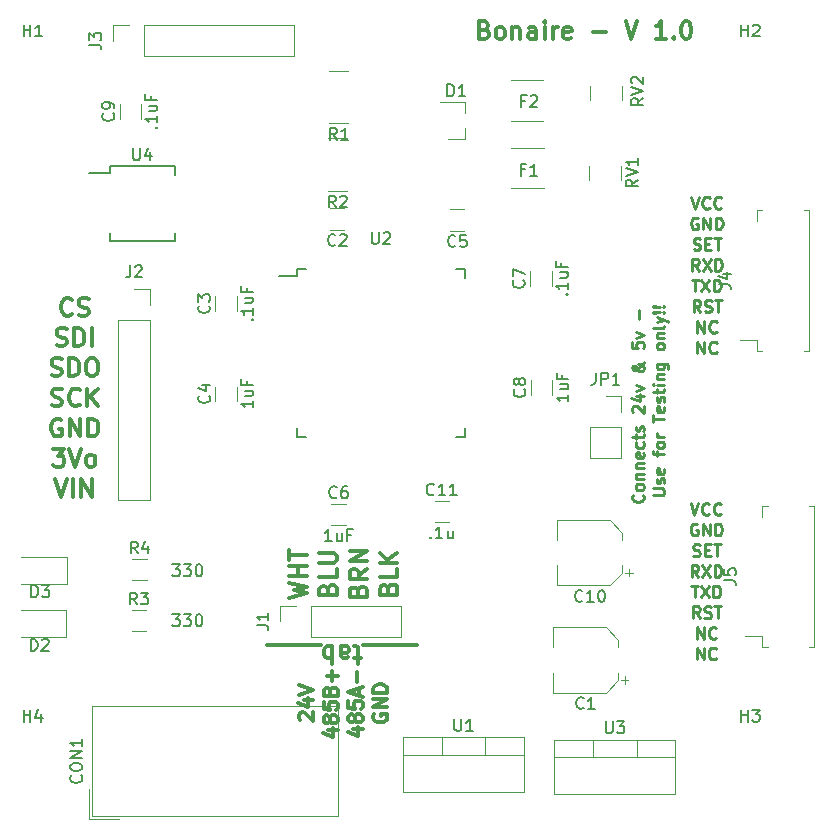
<source format=gto>
G04 #@! TF.GenerationSoftware,KiCad,Pcbnew,5.0.2-bee76a0~70~ubuntu18.10.1*
G04 #@! TF.CreationDate,2019-07-18T11:33:01-04:00*
G04 #@! TF.ProjectId,Bonaire,426f6e61-6972-4652-9e6b-696361645f70,rev?*
G04 #@! TF.SameCoordinates,Original*
G04 #@! TF.FileFunction,Legend,Top*
G04 #@! TF.FilePolarity,Positive*
%FSLAX46Y46*%
G04 Gerber Fmt 4.6, Leading zero omitted, Abs format (unit mm)*
G04 Created by KiCad (PCBNEW 5.0.2-bee76a0~70~ubuntu18.10.1) date Thu 18 Jul 2019 11:33:01 AM EDT*
%MOMM*%
%LPD*%
G01*
G04 APERTURE LIST*
%ADD10C,0.300000*%
%ADD11C,0.250000*%
%ADD12C,0.120000*%
%ADD13C,0.150000*%
G04 APERTURE END LIST*
D10*
X157522702Y-120255291D02*
X156379845Y-120255291D01*
X156379845Y-120255291D02*
X155236988Y-120255291D01*
X155236988Y-120255291D02*
X154094131Y-120255291D01*
X154094131Y-120255291D02*
X152951274Y-120255291D01*
X152808417Y-121398148D02*
X152236988Y-121398148D01*
X152594131Y-121898148D02*
X152594131Y-120612434D01*
X152522702Y-120469577D01*
X152379845Y-120398148D01*
X152236988Y-120398148D01*
X151094131Y-120398148D02*
X151094131Y-121183862D01*
X151165560Y-121326720D01*
X151308417Y-121398148D01*
X151594131Y-121398148D01*
X151736988Y-121326720D01*
X151094131Y-120469577D02*
X151236988Y-120398148D01*
X151594131Y-120398148D01*
X151736988Y-120469577D01*
X151808417Y-120612434D01*
X151808417Y-120755291D01*
X151736988Y-120898148D01*
X151594131Y-120969577D01*
X151236988Y-120969577D01*
X151094131Y-121041005D01*
X150379845Y-120398148D02*
X150379845Y-121898148D01*
X150379845Y-121326720D02*
X150236988Y-121398148D01*
X149951274Y-121398148D01*
X149808417Y-121326720D01*
X149736988Y-121255291D01*
X149665560Y-121112434D01*
X149665560Y-120683862D01*
X149736988Y-120541005D01*
X149808417Y-120469577D01*
X149951274Y-120398148D01*
X150236988Y-120398148D01*
X150379845Y-120469577D01*
X149379845Y-120255291D02*
X148236988Y-120255291D01*
X148236988Y-120255291D02*
X147094131Y-120255291D01*
X147094131Y-120255291D02*
X145951274Y-120255291D01*
X145951274Y-120255291D02*
X144808417Y-120255291D01*
D11*
X176652222Y-107537211D02*
X176699841Y-107584830D01*
X176747460Y-107727687D01*
X176747460Y-107822925D01*
X176699841Y-107965782D01*
X176604603Y-108061020D01*
X176509365Y-108108640D01*
X176318889Y-108156259D01*
X176176032Y-108156259D01*
X175985556Y-108108640D01*
X175890318Y-108061020D01*
X175795080Y-107965782D01*
X175747460Y-107822925D01*
X175747460Y-107727687D01*
X175795080Y-107584830D01*
X175842699Y-107537211D01*
X176747460Y-106965782D02*
X176699841Y-107061020D01*
X176652222Y-107108640D01*
X176556984Y-107156259D01*
X176271270Y-107156259D01*
X176176032Y-107108640D01*
X176128413Y-107061020D01*
X176080794Y-106965782D01*
X176080794Y-106822925D01*
X176128413Y-106727687D01*
X176176032Y-106680068D01*
X176271270Y-106632449D01*
X176556984Y-106632449D01*
X176652222Y-106680068D01*
X176699841Y-106727687D01*
X176747460Y-106822925D01*
X176747460Y-106965782D01*
X176080794Y-106203878D02*
X176747460Y-106203878D01*
X176176032Y-106203878D02*
X176128413Y-106156259D01*
X176080794Y-106061020D01*
X176080794Y-105918163D01*
X176128413Y-105822925D01*
X176223651Y-105775306D01*
X176747460Y-105775306D01*
X176080794Y-105299116D02*
X176747460Y-105299116D01*
X176176032Y-105299116D02*
X176128413Y-105251497D01*
X176080794Y-105156259D01*
X176080794Y-105013401D01*
X176128413Y-104918163D01*
X176223651Y-104870544D01*
X176747460Y-104870544D01*
X176699841Y-104013401D02*
X176747460Y-104108640D01*
X176747460Y-104299116D01*
X176699841Y-104394354D01*
X176604603Y-104441973D01*
X176223651Y-104441973D01*
X176128413Y-104394354D01*
X176080794Y-104299116D01*
X176080794Y-104108640D01*
X176128413Y-104013401D01*
X176223651Y-103965782D01*
X176318889Y-103965782D01*
X176414127Y-104441973D01*
X176699841Y-103108640D02*
X176747460Y-103203878D01*
X176747460Y-103394354D01*
X176699841Y-103489592D01*
X176652222Y-103537211D01*
X176556984Y-103584830D01*
X176271270Y-103584830D01*
X176176032Y-103537211D01*
X176128413Y-103489592D01*
X176080794Y-103394354D01*
X176080794Y-103203878D01*
X176128413Y-103108640D01*
X176080794Y-102822925D02*
X176080794Y-102441973D01*
X175747460Y-102680068D02*
X176604603Y-102680068D01*
X176699841Y-102632449D01*
X176747460Y-102537211D01*
X176747460Y-102441973D01*
X176699841Y-102156259D02*
X176747460Y-102061020D01*
X176747460Y-101870544D01*
X176699841Y-101775306D01*
X176604603Y-101727687D01*
X176556984Y-101727687D01*
X176461746Y-101775306D01*
X176414127Y-101870544D01*
X176414127Y-102013401D01*
X176366508Y-102108640D01*
X176271270Y-102156259D01*
X176223651Y-102156259D01*
X176128413Y-102108640D01*
X176080794Y-102013401D01*
X176080794Y-101870544D01*
X176128413Y-101775306D01*
X175842699Y-100584830D02*
X175795080Y-100537211D01*
X175747460Y-100441973D01*
X175747460Y-100203878D01*
X175795080Y-100108640D01*
X175842699Y-100061020D01*
X175937937Y-100013401D01*
X176033175Y-100013401D01*
X176176032Y-100061020D01*
X176747460Y-100632449D01*
X176747460Y-100013401D01*
X176080794Y-99156259D02*
X176747460Y-99156259D01*
X175699841Y-99394354D02*
X176414127Y-99632449D01*
X176414127Y-99013401D01*
X176080794Y-98727687D02*
X176747460Y-98489592D01*
X176080794Y-98251497D01*
X176747460Y-96299116D02*
X176747460Y-96346735D01*
X176699841Y-96441973D01*
X176556984Y-96584830D01*
X176271270Y-96822925D01*
X176128413Y-96918163D01*
X175985556Y-96965782D01*
X175890318Y-96965782D01*
X175795080Y-96918163D01*
X175747460Y-96822925D01*
X175747460Y-96775306D01*
X175795080Y-96680068D01*
X175890318Y-96632449D01*
X175937937Y-96632449D01*
X176033175Y-96680068D01*
X176080794Y-96727687D01*
X176271270Y-97013401D01*
X176318889Y-97061020D01*
X176414127Y-97108640D01*
X176556984Y-97108640D01*
X176652222Y-97061020D01*
X176699841Y-97013401D01*
X176747460Y-96918163D01*
X176747460Y-96775306D01*
X176699841Y-96680068D01*
X176652222Y-96632449D01*
X176461746Y-96489592D01*
X176318889Y-96441973D01*
X176223651Y-96441973D01*
X175747460Y-94632449D02*
X175747460Y-95108640D01*
X176223651Y-95156259D01*
X176176032Y-95108640D01*
X176128413Y-95013401D01*
X176128413Y-94775306D01*
X176176032Y-94680068D01*
X176223651Y-94632449D01*
X176318889Y-94584830D01*
X176556984Y-94584830D01*
X176652222Y-94632449D01*
X176699841Y-94680068D01*
X176747460Y-94775306D01*
X176747460Y-95013401D01*
X176699841Y-95108640D01*
X176652222Y-95156259D01*
X176080794Y-94251497D02*
X176747460Y-94013401D01*
X176080794Y-93775306D01*
X176366508Y-92632449D02*
X176366508Y-91870544D01*
X177497460Y-107584830D02*
X178306984Y-107584830D01*
X178402222Y-107537211D01*
X178449841Y-107489592D01*
X178497460Y-107394354D01*
X178497460Y-107203878D01*
X178449841Y-107108640D01*
X178402222Y-107061020D01*
X178306984Y-107013401D01*
X177497460Y-107013401D01*
X178449841Y-106584830D02*
X178497460Y-106489592D01*
X178497460Y-106299116D01*
X178449841Y-106203878D01*
X178354603Y-106156259D01*
X178306984Y-106156259D01*
X178211746Y-106203878D01*
X178164127Y-106299116D01*
X178164127Y-106441973D01*
X178116508Y-106537211D01*
X178021270Y-106584830D01*
X177973651Y-106584830D01*
X177878413Y-106537211D01*
X177830794Y-106441973D01*
X177830794Y-106299116D01*
X177878413Y-106203878D01*
X178449841Y-105346735D02*
X178497460Y-105441973D01*
X178497460Y-105632449D01*
X178449841Y-105727687D01*
X178354603Y-105775306D01*
X177973651Y-105775306D01*
X177878413Y-105727687D01*
X177830794Y-105632449D01*
X177830794Y-105441973D01*
X177878413Y-105346735D01*
X177973651Y-105299116D01*
X178068889Y-105299116D01*
X178164127Y-105775306D01*
X177830794Y-104251497D02*
X177830794Y-103870544D01*
X178497460Y-104108640D02*
X177640318Y-104108640D01*
X177545080Y-104061020D01*
X177497460Y-103965782D01*
X177497460Y-103870544D01*
X178497460Y-103394354D02*
X178449841Y-103489592D01*
X178402222Y-103537211D01*
X178306984Y-103584830D01*
X178021270Y-103584830D01*
X177926032Y-103537211D01*
X177878413Y-103489592D01*
X177830794Y-103394354D01*
X177830794Y-103251497D01*
X177878413Y-103156259D01*
X177926032Y-103108640D01*
X178021270Y-103061020D01*
X178306984Y-103061020D01*
X178402222Y-103108640D01*
X178449841Y-103156259D01*
X178497460Y-103251497D01*
X178497460Y-103394354D01*
X178497460Y-102632449D02*
X177830794Y-102632449D01*
X178021270Y-102632449D02*
X177926032Y-102584830D01*
X177878413Y-102537211D01*
X177830794Y-102441973D01*
X177830794Y-102346735D01*
X177497460Y-101394354D02*
X177497460Y-100822925D01*
X178497460Y-101108640D02*
X177497460Y-101108640D01*
X178449841Y-100108640D02*
X178497460Y-100203878D01*
X178497460Y-100394354D01*
X178449841Y-100489592D01*
X178354603Y-100537211D01*
X177973651Y-100537211D01*
X177878413Y-100489592D01*
X177830794Y-100394354D01*
X177830794Y-100203878D01*
X177878413Y-100108640D01*
X177973651Y-100061020D01*
X178068889Y-100061020D01*
X178164127Y-100537211D01*
X178449841Y-99680068D02*
X178497460Y-99584830D01*
X178497460Y-99394354D01*
X178449841Y-99299116D01*
X178354603Y-99251497D01*
X178306984Y-99251497D01*
X178211746Y-99299116D01*
X178164127Y-99394354D01*
X178164127Y-99537211D01*
X178116508Y-99632449D01*
X178021270Y-99680068D01*
X177973651Y-99680068D01*
X177878413Y-99632449D01*
X177830794Y-99537211D01*
X177830794Y-99394354D01*
X177878413Y-99299116D01*
X177830794Y-98965782D02*
X177830794Y-98584830D01*
X177497460Y-98822925D02*
X178354603Y-98822925D01*
X178449841Y-98775306D01*
X178497460Y-98680068D01*
X178497460Y-98584830D01*
X178497460Y-98251497D02*
X177830794Y-98251497D01*
X177497460Y-98251497D02*
X177545080Y-98299116D01*
X177592699Y-98251497D01*
X177545080Y-98203878D01*
X177497460Y-98251497D01*
X177592699Y-98251497D01*
X177830794Y-97775306D02*
X178497460Y-97775306D01*
X177926032Y-97775306D02*
X177878413Y-97727687D01*
X177830794Y-97632449D01*
X177830794Y-97489592D01*
X177878413Y-97394354D01*
X177973651Y-97346735D01*
X178497460Y-97346735D01*
X177830794Y-96441973D02*
X178640318Y-96441973D01*
X178735556Y-96489592D01*
X178783175Y-96537211D01*
X178830794Y-96632449D01*
X178830794Y-96775306D01*
X178783175Y-96870544D01*
X178449841Y-96441973D02*
X178497460Y-96537211D01*
X178497460Y-96727687D01*
X178449841Y-96822925D01*
X178402222Y-96870544D01*
X178306984Y-96918163D01*
X178021270Y-96918163D01*
X177926032Y-96870544D01*
X177878413Y-96822925D01*
X177830794Y-96727687D01*
X177830794Y-96537211D01*
X177878413Y-96441973D01*
X178497460Y-95061020D02*
X178449841Y-95156259D01*
X178402222Y-95203878D01*
X178306984Y-95251497D01*
X178021270Y-95251497D01*
X177926032Y-95203878D01*
X177878413Y-95156259D01*
X177830794Y-95061020D01*
X177830794Y-94918163D01*
X177878413Y-94822925D01*
X177926032Y-94775306D01*
X178021270Y-94727687D01*
X178306984Y-94727687D01*
X178402222Y-94775306D01*
X178449841Y-94822925D01*
X178497460Y-94918163D01*
X178497460Y-95061020D01*
X177830794Y-94299116D02*
X178497460Y-94299116D01*
X177926032Y-94299116D02*
X177878413Y-94251497D01*
X177830794Y-94156259D01*
X177830794Y-94013401D01*
X177878413Y-93918163D01*
X177973651Y-93870544D01*
X178497460Y-93870544D01*
X178497460Y-93251497D02*
X178449841Y-93346735D01*
X178354603Y-93394354D01*
X177497460Y-93394354D01*
X177830794Y-92965782D02*
X178497460Y-92727687D01*
X177830794Y-92489592D02*
X178497460Y-92727687D01*
X178735556Y-92822925D01*
X178783175Y-92870544D01*
X178830794Y-92965782D01*
X178402222Y-92108640D02*
X178449841Y-92061020D01*
X178497460Y-92108640D01*
X178449841Y-92156259D01*
X178402222Y-92108640D01*
X178497460Y-92108640D01*
X178116508Y-92108640D02*
X177545080Y-92156259D01*
X177497460Y-92108640D01*
X177545080Y-92061020D01*
X178116508Y-92108640D01*
X177497460Y-92108640D01*
X178402222Y-91632449D02*
X178449841Y-91584830D01*
X178497460Y-91632449D01*
X178449841Y-91680068D01*
X178402222Y-91632449D01*
X178497460Y-91632449D01*
X178116508Y-91632449D02*
X177545080Y-91680068D01*
X177497460Y-91632449D01*
X177545080Y-91584830D01*
X178116508Y-91632449D01*
X177497460Y-91632449D01*
D10*
X163275274Y-68183297D02*
X163489560Y-68254725D01*
X163560988Y-68326154D01*
X163632417Y-68469011D01*
X163632417Y-68683297D01*
X163560988Y-68826154D01*
X163489560Y-68897582D01*
X163346702Y-68969011D01*
X162775274Y-68969011D01*
X162775274Y-67469011D01*
X163275274Y-67469011D01*
X163418131Y-67540440D01*
X163489560Y-67611868D01*
X163560988Y-67754725D01*
X163560988Y-67897582D01*
X163489560Y-68040440D01*
X163418131Y-68111868D01*
X163275274Y-68183297D01*
X162775274Y-68183297D01*
X164489560Y-68969011D02*
X164346702Y-68897582D01*
X164275274Y-68826154D01*
X164203845Y-68683297D01*
X164203845Y-68254725D01*
X164275274Y-68111868D01*
X164346702Y-68040440D01*
X164489560Y-67969011D01*
X164703845Y-67969011D01*
X164846702Y-68040440D01*
X164918131Y-68111868D01*
X164989560Y-68254725D01*
X164989560Y-68683297D01*
X164918131Y-68826154D01*
X164846702Y-68897582D01*
X164703845Y-68969011D01*
X164489560Y-68969011D01*
X165632417Y-67969011D02*
X165632417Y-68969011D01*
X165632417Y-68111868D02*
X165703845Y-68040440D01*
X165846702Y-67969011D01*
X166060988Y-67969011D01*
X166203845Y-68040440D01*
X166275274Y-68183297D01*
X166275274Y-68969011D01*
X167632417Y-68969011D02*
X167632417Y-68183297D01*
X167560988Y-68040440D01*
X167418131Y-67969011D01*
X167132417Y-67969011D01*
X166989560Y-68040440D01*
X167632417Y-68897582D02*
X167489560Y-68969011D01*
X167132417Y-68969011D01*
X166989560Y-68897582D01*
X166918131Y-68754725D01*
X166918131Y-68611868D01*
X166989560Y-68469011D01*
X167132417Y-68397582D01*
X167489560Y-68397582D01*
X167632417Y-68326154D01*
X168346702Y-68969011D02*
X168346702Y-67969011D01*
X168346702Y-67469011D02*
X168275274Y-67540440D01*
X168346702Y-67611868D01*
X168418131Y-67540440D01*
X168346702Y-67469011D01*
X168346702Y-67611868D01*
X169060988Y-68969011D02*
X169060988Y-67969011D01*
X169060988Y-68254725D02*
X169132417Y-68111868D01*
X169203845Y-68040440D01*
X169346702Y-67969011D01*
X169489560Y-67969011D01*
X170560988Y-68897582D02*
X170418131Y-68969011D01*
X170132417Y-68969011D01*
X169989560Y-68897582D01*
X169918131Y-68754725D01*
X169918131Y-68183297D01*
X169989560Y-68040440D01*
X170132417Y-67969011D01*
X170418131Y-67969011D01*
X170560988Y-68040440D01*
X170632417Y-68183297D01*
X170632417Y-68326154D01*
X169918131Y-68469011D01*
X172418131Y-68397582D02*
X173560988Y-68397582D01*
X175203845Y-67469011D02*
X175703845Y-68969011D01*
X176203845Y-67469011D01*
X178632417Y-68969011D02*
X177775274Y-68969011D01*
X178203845Y-68969011D02*
X178203845Y-67469011D01*
X178060988Y-67683297D01*
X177918131Y-67826154D01*
X177775274Y-67897582D01*
X179275274Y-68826154D02*
X179346702Y-68897582D01*
X179275274Y-68969011D01*
X179203845Y-68897582D01*
X179275274Y-68826154D01*
X179275274Y-68969011D01*
X180275274Y-67469011D02*
X180418131Y-67469011D01*
X180560988Y-67540440D01*
X180632417Y-67611868D01*
X180703845Y-67754725D01*
X180775274Y-68040440D01*
X180775274Y-68397582D01*
X180703845Y-68683297D01*
X180632417Y-68826154D01*
X180560988Y-68897582D01*
X180418131Y-68969011D01*
X180275274Y-68969011D01*
X180132417Y-68897582D01*
X180060988Y-68826154D01*
X179989560Y-68683297D01*
X179918131Y-68397582D01*
X179918131Y-68040440D01*
X179989560Y-67754725D01*
X180060988Y-67611868D01*
X180132417Y-67540440D01*
X180275274Y-67469011D01*
X147660662Y-126645491D02*
X147603520Y-126588348D01*
X147546377Y-126474062D01*
X147546377Y-126188348D01*
X147603520Y-126074062D01*
X147660662Y-126016920D01*
X147774948Y-125959777D01*
X147889234Y-125959777D01*
X148060662Y-126016920D01*
X148746377Y-126702634D01*
X148746377Y-125959777D01*
X147946377Y-124931205D02*
X148746377Y-124931205D01*
X147489234Y-125216920D02*
X148346377Y-125502634D01*
X148346377Y-124759777D01*
X147546377Y-124474062D02*
X148746377Y-124074062D01*
X147546377Y-123674062D01*
X150046377Y-127474062D02*
X150846377Y-127474062D01*
X149589234Y-127759777D02*
X150446377Y-128045491D01*
X150446377Y-127302634D01*
X150160662Y-126674062D02*
X150103520Y-126788348D01*
X150046377Y-126845491D01*
X149932091Y-126902634D01*
X149874948Y-126902634D01*
X149760662Y-126845491D01*
X149703520Y-126788348D01*
X149646377Y-126674062D01*
X149646377Y-126445491D01*
X149703520Y-126331205D01*
X149760662Y-126274062D01*
X149874948Y-126216920D01*
X149932091Y-126216920D01*
X150046377Y-126274062D01*
X150103520Y-126331205D01*
X150160662Y-126445491D01*
X150160662Y-126674062D01*
X150217805Y-126788348D01*
X150274948Y-126845491D01*
X150389234Y-126902634D01*
X150617805Y-126902634D01*
X150732091Y-126845491D01*
X150789234Y-126788348D01*
X150846377Y-126674062D01*
X150846377Y-126445491D01*
X150789234Y-126331205D01*
X150732091Y-126274062D01*
X150617805Y-126216920D01*
X150389234Y-126216920D01*
X150274948Y-126274062D01*
X150217805Y-126331205D01*
X150160662Y-126445491D01*
X149646377Y-125131205D02*
X149646377Y-125702634D01*
X150217805Y-125759777D01*
X150160662Y-125702634D01*
X150103520Y-125588348D01*
X150103520Y-125302634D01*
X150160662Y-125188348D01*
X150217805Y-125131205D01*
X150332091Y-125074062D01*
X150617805Y-125074062D01*
X150732091Y-125131205D01*
X150789234Y-125188348D01*
X150846377Y-125302634D01*
X150846377Y-125588348D01*
X150789234Y-125702634D01*
X150732091Y-125759777D01*
X150217805Y-124159777D02*
X150274948Y-123988348D01*
X150332091Y-123931205D01*
X150446377Y-123874062D01*
X150617805Y-123874062D01*
X150732091Y-123931205D01*
X150789234Y-123988348D01*
X150846377Y-124102634D01*
X150846377Y-124559777D01*
X149646377Y-124559777D01*
X149646377Y-124159777D01*
X149703520Y-124045491D01*
X149760662Y-123988348D01*
X149874948Y-123931205D01*
X149989234Y-123931205D01*
X150103520Y-123988348D01*
X150160662Y-124045491D01*
X150217805Y-124159777D01*
X150217805Y-124559777D01*
X150389234Y-123359777D02*
X150389234Y-122445491D01*
X150846377Y-122902634D02*
X149932091Y-122902634D01*
X152146377Y-127388348D02*
X152946377Y-127388348D01*
X151689234Y-127674062D02*
X152546377Y-127959777D01*
X152546377Y-127216920D01*
X152260662Y-126588348D02*
X152203520Y-126702634D01*
X152146377Y-126759777D01*
X152032091Y-126816920D01*
X151974948Y-126816920D01*
X151860662Y-126759777D01*
X151803520Y-126702634D01*
X151746377Y-126588348D01*
X151746377Y-126359777D01*
X151803520Y-126245491D01*
X151860662Y-126188348D01*
X151974948Y-126131205D01*
X152032091Y-126131205D01*
X152146377Y-126188348D01*
X152203520Y-126245491D01*
X152260662Y-126359777D01*
X152260662Y-126588348D01*
X152317805Y-126702634D01*
X152374948Y-126759777D01*
X152489234Y-126816920D01*
X152717805Y-126816920D01*
X152832091Y-126759777D01*
X152889234Y-126702634D01*
X152946377Y-126588348D01*
X152946377Y-126359777D01*
X152889234Y-126245491D01*
X152832091Y-126188348D01*
X152717805Y-126131205D01*
X152489234Y-126131205D01*
X152374948Y-126188348D01*
X152317805Y-126245491D01*
X152260662Y-126359777D01*
X151746377Y-125045491D02*
X151746377Y-125616920D01*
X152317805Y-125674062D01*
X152260662Y-125616920D01*
X152203520Y-125502634D01*
X152203520Y-125216920D01*
X152260662Y-125102634D01*
X152317805Y-125045491D01*
X152432091Y-124988348D01*
X152717805Y-124988348D01*
X152832091Y-125045491D01*
X152889234Y-125102634D01*
X152946377Y-125216920D01*
X152946377Y-125502634D01*
X152889234Y-125616920D01*
X152832091Y-125674062D01*
X152603520Y-124531205D02*
X152603520Y-123959777D01*
X152946377Y-124645491D02*
X151746377Y-124245491D01*
X152946377Y-123845491D01*
X152489234Y-123445491D02*
X152489234Y-122531205D01*
X153903520Y-126131205D02*
X153846377Y-126245491D01*
X153846377Y-126416920D01*
X153903520Y-126588348D01*
X154017805Y-126702634D01*
X154132091Y-126759777D01*
X154360662Y-126816920D01*
X154532091Y-126816920D01*
X154760662Y-126759777D01*
X154874948Y-126702634D01*
X154989234Y-126588348D01*
X155046377Y-126416920D01*
X155046377Y-126302634D01*
X154989234Y-126131205D01*
X154932091Y-126074062D01*
X154532091Y-126074062D01*
X154532091Y-126302634D01*
X155046377Y-125559777D02*
X153846377Y-125559777D01*
X155046377Y-124874062D01*
X153846377Y-124874062D01*
X155046377Y-124302634D02*
X153846377Y-124302634D01*
X153846377Y-124016920D01*
X153903520Y-123845491D01*
X154017805Y-123731205D01*
X154132091Y-123674062D01*
X154360662Y-123616920D01*
X154532091Y-123616920D01*
X154760662Y-123674062D01*
X154874948Y-123731205D01*
X154989234Y-123845491D01*
X155046377Y-124016920D01*
X155046377Y-124302634D01*
X146737571Y-116269520D02*
X148237571Y-115912377D01*
X147166142Y-115626662D01*
X148237571Y-115340948D01*
X146737571Y-114983805D01*
X148237571Y-114412377D02*
X146737571Y-114412377D01*
X147451857Y-114412377D02*
X147451857Y-113555234D01*
X148237571Y-113555234D02*
X146737571Y-113555234D01*
X146737571Y-113055234D02*
X146737571Y-112198091D01*
X148237571Y-112626662D02*
X146737571Y-112626662D01*
X150001857Y-115555234D02*
X150073285Y-115340948D01*
X150144714Y-115269520D01*
X150287571Y-115198091D01*
X150501857Y-115198091D01*
X150644714Y-115269520D01*
X150716142Y-115340948D01*
X150787571Y-115483805D01*
X150787571Y-116055234D01*
X149287571Y-116055234D01*
X149287571Y-115555234D01*
X149359000Y-115412377D01*
X149430428Y-115340948D01*
X149573285Y-115269520D01*
X149716142Y-115269520D01*
X149859000Y-115340948D01*
X149930428Y-115412377D01*
X150001857Y-115555234D01*
X150001857Y-116055234D01*
X150787571Y-113840948D02*
X150787571Y-114555234D01*
X149287571Y-114555234D01*
X149287571Y-113340948D02*
X150501857Y-113340948D01*
X150644714Y-113269520D01*
X150716142Y-113198091D01*
X150787571Y-113055234D01*
X150787571Y-112769520D01*
X150716142Y-112626662D01*
X150644714Y-112555234D01*
X150501857Y-112483805D01*
X149287571Y-112483805D01*
X152551857Y-115698091D02*
X152623285Y-115483805D01*
X152694714Y-115412377D01*
X152837571Y-115340948D01*
X153051857Y-115340948D01*
X153194714Y-115412377D01*
X153266142Y-115483805D01*
X153337571Y-115626662D01*
X153337571Y-116198091D01*
X151837571Y-116198091D01*
X151837571Y-115698091D01*
X151909000Y-115555234D01*
X151980428Y-115483805D01*
X152123285Y-115412377D01*
X152266142Y-115412377D01*
X152409000Y-115483805D01*
X152480428Y-115555234D01*
X152551857Y-115698091D01*
X152551857Y-116198091D01*
X153337571Y-113840948D02*
X152623285Y-114340948D01*
X153337571Y-114698091D02*
X151837571Y-114698091D01*
X151837571Y-114126662D01*
X151909000Y-113983805D01*
X151980428Y-113912377D01*
X152123285Y-113840948D01*
X152337571Y-113840948D01*
X152480428Y-113912377D01*
X152551857Y-113983805D01*
X152623285Y-114126662D01*
X152623285Y-114698091D01*
X153337571Y-113198091D02*
X151837571Y-113198091D01*
X153337571Y-112340948D01*
X151837571Y-112340948D01*
X155101857Y-115519520D02*
X155173285Y-115305234D01*
X155244714Y-115233805D01*
X155387571Y-115162377D01*
X155601857Y-115162377D01*
X155744714Y-115233805D01*
X155816142Y-115305234D01*
X155887571Y-115448091D01*
X155887571Y-116019520D01*
X154387571Y-116019520D01*
X154387571Y-115519520D01*
X154459000Y-115376662D01*
X154530428Y-115305234D01*
X154673285Y-115233805D01*
X154816142Y-115233805D01*
X154959000Y-115305234D01*
X155030428Y-115376662D01*
X155101857Y-115519520D01*
X155101857Y-116019520D01*
X155887571Y-113805234D02*
X155887571Y-114519520D01*
X154387571Y-114519520D01*
X155887571Y-113305234D02*
X154387571Y-113305234D01*
X155887571Y-112448091D02*
X155030428Y-113090948D01*
X154387571Y-112448091D02*
X155244714Y-113305234D01*
D11*
X180749106Y-82328980D02*
X181082440Y-83328980D01*
X181415773Y-82328980D01*
X182320535Y-83233742D02*
X182272916Y-83281361D01*
X182130059Y-83328980D01*
X182034820Y-83328980D01*
X181891963Y-83281361D01*
X181796725Y-83186123D01*
X181749106Y-83090885D01*
X181701487Y-82900409D01*
X181701487Y-82757552D01*
X181749106Y-82567076D01*
X181796725Y-82471838D01*
X181891963Y-82376600D01*
X182034820Y-82328980D01*
X182130059Y-82328980D01*
X182272916Y-82376600D01*
X182320535Y-82424219D01*
X183320535Y-83233742D02*
X183272916Y-83281361D01*
X183130059Y-83328980D01*
X183034820Y-83328980D01*
X182891963Y-83281361D01*
X182796725Y-83186123D01*
X182749106Y-83090885D01*
X182701487Y-82900409D01*
X182701487Y-82757552D01*
X182749106Y-82567076D01*
X182796725Y-82471838D01*
X182891963Y-82376600D01*
X183034820Y-82328980D01*
X183130059Y-82328980D01*
X183272916Y-82376600D01*
X183320535Y-82424219D01*
X181320535Y-84126600D02*
X181225297Y-84078980D01*
X181082440Y-84078980D01*
X180939582Y-84126600D01*
X180844344Y-84221838D01*
X180796725Y-84317076D01*
X180749106Y-84507552D01*
X180749106Y-84650409D01*
X180796725Y-84840885D01*
X180844344Y-84936123D01*
X180939582Y-85031361D01*
X181082440Y-85078980D01*
X181177678Y-85078980D01*
X181320535Y-85031361D01*
X181368154Y-84983742D01*
X181368154Y-84650409D01*
X181177678Y-84650409D01*
X181796725Y-85078980D02*
X181796725Y-84078980D01*
X182368154Y-85078980D01*
X182368154Y-84078980D01*
X182844344Y-85078980D02*
X182844344Y-84078980D01*
X183082440Y-84078980D01*
X183225297Y-84126600D01*
X183320535Y-84221838D01*
X183368154Y-84317076D01*
X183415773Y-84507552D01*
X183415773Y-84650409D01*
X183368154Y-84840885D01*
X183320535Y-84936123D01*
X183225297Y-85031361D01*
X183082440Y-85078980D01*
X182844344Y-85078980D01*
X180963392Y-86781361D02*
X181106249Y-86828980D01*
X181344344Y-86828980D01*
X181439582Y-86781361D01*
X181487201Y-86733742D01*
X181534820Y-86638504D01*
X181534820Y-86543266D01*
X181487201Y-86448028D01*
X181439582Y-86400409D01*
X181344344Y-86352790D01*
X181153868Y-86305171D01*
X181058630Y-86257552D01*
X181011011Y-86209933D01*
X180963392Y-86114695D01*
X180963392Y-86019457D01*
X181011011Y-85924219D01*
X181058630Y-85876600D01*
X181153868Y-85828980D01*
X181391963Y-85828980D01*
X181534820Y-85876600D01*
X181963392Y-86305171D02*
X182296725Y-86305171D01*
X182439582Y-86828980D02*
X181963392Y-86828980D01*
X181963392Y-85828980D01*
X182439582Y-85828980D01*
X182725297Y-85828980D02*
X183296725Y-85828980D01*
X183011011Y-86828980D02*
X183011011Y-85828980D01*
X181415773Y-88578980D02*
X181082440Y-88102790D01*
X180844344Y-88578980D02*
X180844344Y-87578980D01*
X181225297Y-87578980D01*
X181320535Y-87626600D01*
X181368154Y-87674219D01*
X181415773Y-87769457D01*
X181415773Y-87912314D01*
X181368154Y-88007552D01*
X181320535Y-88055171D01*
X181225297Y-88102790D01*
X180844344Y-88102790D01*
X181749106Y-87578980D02*
X182415773Y-88578980D01*
X182415773Y-87578980D02*
X181749106Y-88578980D01*
X182796725Y-88578980D02*
X182796725Y-87578980D01*
X183034820Y-87578980D01*
X183177678Y-87626600D01*
X183272916Y-87721838D01*
X183320535Y-87817076D01*
X183368154Y-88007552D01*
X183368154Y-88150409D01*
X183320535Y-88340885D01*
X183272916Y-88436123D01*
X183177678Y-88531361D01*
X183034820Y-88578980D01*
X182796725Y-88578980D01*
X180820535Y-89328980D02*
X181391963Y-89328980D01*
X181106249Y-90328980D02*
X181106249Y-89328980D01*
X181630059Y-89328980D02*
X182296725Y-90328980D01*
X182296725Y-89328980D02*
X181630059Y-90328980D01*
X182677678Y-90328980D02*
X182677678Y-89328980D01*
X182915773Y-89328980D01*
X183058630Y-89376600D01*
X183153868Y-89471838D01*
X183201487Y-89567076D01*
X183249106Y-89757552D01*
X183249106Y-89900409D01*
X183201487Y-90090885D01*
X183153868Y-90186123D01*
X183058630Y-90281361D01*
X182915773Y-90328980D01*
X182677678Y-90328980D01*
X181534820Y-92078980D02*
X181201487Y-91602790D01*
X180963392Y-92078980D02*
X180963392Y-91078980D01*
X181344344Y-91078980D01*
X181439582Y-91126600D01*
X181487201Y-91174219D01*
X181534820Y-91269457D01*
X181534820Y-91412314D01*
X181487201Y-91507552D01*
X181439582Y-91555171D01*
X181344344Y-91602790D01*
X180963392Y-91602790D01*
X181915773Y-92031361D02*
X182058630Y-92078980D01*
X182296725Y-92078980D01*
X182391963Y-92031361D01*
X182439582Y-91983742D01*
X182487201Y-91888504D01*
X182487201Y-91793266D01*
X182439582Y-91698028D01*
X182391963Y-91650409D01*
X182296725Y-91602790D01*
X182106249Y-91555171D01*
X182011011Y-91507552D01*
X181963392Y-91459933D01*
X181915773Y-91364695D01*
X181915773Y-91269457D01*
X181963392Y-91174219D01*
X182011011Y-91126600D01*
X182106249Y-91078980D01*
X182344344Y-91078980D01*
X182487201Y-91126600D01*
X182772916Y-91078980D02*
X183344344Y-91078980D01*
X183058630Y-92078980D02*
X183058630Y-91078980D01*
X181296725Y-93828980D02*
X181296725Y-92828980D01*
X181868154Y-93828980D01*
X181868154Y-92828980D01*
X182915773Y-93733742D02*
X182868154Y-93781361D01*
X182725297Y-93828980D01*
X182630059Y-93828980D01*
X182487201Y-93781361D01*
X182391963Y-93686123D01*
X182344344Y-93590885D01*
X182296725Y-93400409D01*
X182296725Y-93257552D01*
X182344344Y-93067076D01*
X182391963Y-92971838D01*
X182487201Y-92876600D01*
X182630059Y-92828980D01*
X182725297Y-92828980D01*
X182868154Y-92876600D01*
X182915773Y-92924219D01*
X181296725Y-95578980D02*
X181296725Y-94578980D01*
X181868154Y-95578980D01*
X181868154Y-94578980D01*
X182915773Y-95483742D02*
X182868154Y-95531361D01*
X182725297Y-95578980D01*
X182630059Y-95578980D01*
X182487201Y-95531361D01*
X182391963Y-95436123D01*
X182344344Y-95340885D01*
X182296725Y-95150409D01*
X182296725Y-95007552D01*
X182344344Y-94817076D01*
X182391963Y-94721838D01*
X182487201Y-94626600D01*
X182630059Y-94578980D01*
X182725297Y-94578980D01*
X182868154Y-94626600D01*
X182915773Y-94674219D01*
X180708466Y-108247140D02*
X181041800Y-109247140D01*
X181375133Y-108247140D01*
X182279895Y-109151902D02*
X182232276Y-109199521D01*
X182089419Y-109247140D01*
X181994180Y-109247140D01*
X181851323Y-109199521D01*
X181756085Y-109104283D01*
X181708466Y-109009045D01*
X181660847Y-108818569D01*
X181660847Y-108675712D01*
X181708466Y-108485236D01*
X181756085Y-108389998D01*
X181851323Y-108294760D01*
X181994180Y-108247140D01*
X182089419Y-108247140D01*
X182232276Y-108294760D01*
X182279895Y-108342379D01*
X183279895Y-109151902D02*
X183232276Y-109199521D01*
X183089419Y-109247140D01*
X182994180Y-109247140D01*
X182851323Y-109199521D01*
X182756085Y-109104283D01*
X182708466Y-109009045D01*
X182660847Y-108818569D01*
X182660847Y-108675712D01*
X182708466Y-108485236D01*
X182756085Y-108389998D01*
X182851323Y-108294760D01*
X182994180Y-108247140D01*
X183089419Y-108247140D01*
X183232276Y-108294760D01*
X183279895Y-108342379D01*
X181279895Y-110044760D02*
X181184657Y-109997140D01*
X181041800Y-109997140D01*
X180898942Y-110044760D01*
X180803704Y-110139998D01*
X180756085Y-110235236D01*
X180708466Y-110425712D01*
X180708466Y-110568569D01*
X180756085Y-110759045D01*
X180803704Y-110854283D01*
X180898942Y-110949521D01*
X181041800Y-110997140D01*
X181137038Y-110997140D01*
X181279895Y-110949521D01*
X181327514Y-110901902D01*
X181327514Y-110568569D01*
X181137038Y-110568569D01*
X181756085Y-110997140D02*
X181756085Y-109997140D01*
X182327514Y-110997140D01*
X182327514Y-109997140D01*
X182803704Y-110997140D02*
X182803704Y-109997140D01*
X183041800Y-109997140D01*
X183184657Y-110044760D01*
X183279895Y-110139998D01*
X183327514Y-110235236D01*
X183375133Y-110425712D01*
X183375133Y-110568569D01*
X183327514Y-110759045D01*
X183279895Y-110854283D01*
X183184657Y-110949521D01*
X183041800Y-110997140D01*
X182803704Y-110997140D01*
X180922752Y-112699521D02*
X181065609Y-112747140D01*
X181303704Y-112747140D01*
X181398942Y-112699521D01*
X181446561Y-112651902D01*
X181494180Y-112556664D01*
X181494180Y-112461426D01*
X181446561Y-112366188D01*
X181398942Y-112318569D01*
X181303704Y-112270950D01*
X181113228Y-112223331D01*
X181017990Y-112175712D01*
X180970371Y-112128093D01*
X180922752Y-112032855D01*
X180922752Y-111937617D01*
X180970371Y-111842379D01*
X181017990Y-111794760D01*
X181113228Y-111747140D01*
X181351323Y-111747140D01*
X181494180Y-111794760D01*
X181922752Y-112223331D02*
X182256085Y-112223331D01*
X182398942Y-112747140D02*
X181922752Y-112747140D01*
X181922752Y-111747140D01*
X182398942Y-111747140D01*
X182684657Y-111747140D02*
X183256085Y-111747140D01*
X182970371Y-112747140D02*
X182970371Y-111747140D01*
X181375133Y-114497140D02*
X181041800Y-114020950D01*
X180803704Y-114497140D02*
X180803704Y-113497140D01*
X181184657Y-113497140D01*
X181279895Y-113544760D01*
X181327514Y-113592379D01*
X181375133Y-113687617D01*
X181375133Y-113830474D01*
X181327514Y-113925712D01*
X181279895Y-113973331D01*
X181184657Y-114020950D01*
X180803704Y-114020950D01*
X181708466Y-113497140D02*
X182375133Y-114497140D01*
X182375133Y-113497140D02*
X181708466Y-114497140D01*
X182756085Y-114497140D02*
X182756085Y-113497140D01*
X182994180Y-113497140D01*
X183137038Y-113544760D01*
X183232276Y-113639998D01*
X183279895Y-113735236D01*
X183327514Y-113925712D01*
X183327514Y-114068569D01*
X183279895Y-114259045D01*
X183232276Y-114354283D01*
X183137038Y-114449521D01*
X182994180Y-114497140D01*
X182756085Y-114497140D01*
X180779895Y-115247140D02*
X181351323Y-115247140D01*
X181065609Y-116247140D02*
X181065609Y-115247140D01*
X181589419Y-115247140D02*
X182256085Y-116247140D01*
X182256085Y-115247140D02*
X181589419Y-116247140D01*
X182637038Y-116247140D02*
X182637038Y-115247140D01*
X182875133Y-115247140D01*
X183017990Y-115294760D01*
X183113228Y-115389998D01*
X183160847Y-115485236D01*
X183208466Y-115675712D01*
X183208466Y-115818569D01*
X183160847Y-116009045D01*
X183113228Y-116104283D01*
X183017990Y-116199521D01*
X182875133Y-116247140D01*
X182637038Y-116247140D01*
X181494180Y-117997140D02*
X181160847Y-117520950D01*
X180922752Y-117997140D02*
X180922752Y-116997140D01*
X181303704Y-116997140D01*
X181398942Y-117044760D01*
X181446561Y-117092379D01*
X181494180Y-117187617D01*
X181494180Y-117330474D01*
X181446561Y-117425712D01*
X181398942Y-117473331D01*
X181303704Y-117520950D01*
X180922752Y-117520950D01*
X181875133Y-117949521D02*
X182017990Y-117997140D01*
X182256085Y-117997140D01*
X182351323Y-117949521D01*
X182398942Y-117901902D01*
X182446561Y-117806664D01*
X182446561Y-117711426D01*
X182398942Y-117616188D01*
X182351323Y-117568569D01*
X182256085Y-117520950D01*
X182065609Y-117473331D01*
X181970371Y-117425712D01*
X181922752Y-117378093D01*
X181875133Y-117282855D01*
X181875133Y-117187617D01*
X181922752Y-117092379D01*
X181970371Y-117044760D01*
X182065609Y-116997140D01*
X182303704Y-116997140D01*
X182446561Y-117044760D01*
X182732276Y-116997140D02*
X183303704Y-116997140D01*
X183017990Y-117997140D02*
X183017990Y-116997140D01*
X181256085Y-119747140D02*
X181256085Y-118747140D01*
X181827514Y-119747140D01*
X181827514Y-118747140D01*
X182875133Y-119651902D02*
X182827514Y-119699521D01*
X182684657Y-119747140D01*
X182589419Y-119747140D01*
X182446561Y-119699521D01*
X182351323Y-119604283D01*
X182303704Y-119509045D01*
X182256085Y-119318569D01*
X182256085Y-119175712D01*
X182303704Y-118985236D01*
X182351323Y-118889998D01*
X182446561Y-118794760D01*
X182589419Y-118747140D01*
X182684657Y-118747140D01*
X182827514Y-118794760D01*
X182875133Y-118842379D01*
X181256085Y-121497140D02*
X181256085Y-120497140D01*
X181827514Y-121497140D01*
X181827514Y-120497140D01*
X182875133Y-121401902D02*
X182827514Y-121449521D01*
X182684657Y-121497140D01*
X182589419Y-121497140D01*
X182446561Y-121449521D01*
X182351323Y-121354283D01*
X182303704Y-121259045D01*
X182256085Y-121068569D01*
X182256085Y-120925712D01*
X182303704Y-120735236D01*
X182351323Y-120639998D01*
X182446561Y-120544760D01*
X182589419Y-120497140D01*
X182684657Y-120497140D01*
X182827514Y-120544760D01*
X182875133Y-120592379D01*
D10*
X128319720Y-92270834D02*
X128248291Y-92342262D01*
X128034005Y-92413691D01*
X127891148Y-92413691D01*
X127676862Y-92342262D01*
X127534005Y-92199405D01*
X127462577Y-92056548D01*
X127391148Y-91770834D01*
X127391148Y-91556548D01*
X127462577Y-91270834D01*
X127534005Y-91127977D01*
X127676862Y-90985120D01*
X127891148Y-90913691D01*
X128034005Y-90913691D01*
X128248291Y-90985120D01*
X128319720Y-91056548D01*
X128891148Y-92342262D02*
X129105434Y-92413691D01*
X129462577Y-92413691D01*
X129605434Y-92342262D01*
X129676862Y-92270834D01*
X129748291Y-92127977D01*
X129748291Y-91985120D01*
X129676862Y-91842262D01*
X129605434Y-91770834D01*
X129462577Y-91699405D01*
X129176862Y-91627977D01*
X129034005Y-91556548D01*
X128962577Y-91485120D01*
X128891148Y-91342262D01*
X128891148Y-91199405D01*
X128962577Y-91056548D01*
X129034005Y-90985120D01*
X129176862Y-90913691D01*
X129534005Y-90913691D01*
X129748291Y-90985120D01*
X127034005Y-94892262D02*
X127248291Y-94963691D01*
X127605434Y-94963691D01*
X127748291Y-94892262D01*
X127819720Y-94820834D01*
X127891148Y-94677977D01*
X127891148Y-94535120D01*
X127819720Y-94392262D01*
X127748291Y-94320834D01*
X127605434Y-94249405D01*
X127319720Y-94177977D01*
X127176862Y-94106548D01*
X127105434Y-94035120D01*
X127034005Y-93892262D01*
X127034005Y-93749405D01*
X127105434Y-93606548D01*
X127176862Y-93535120D01*
X127319720Y-93463691D01*
X127676862Y-93463691D01*
X127891148Y-93535120D01*
X128534005Y-94963691D02*
X128534005Y-93463691D01*
X128891148Y-93463691D01*
X129105434Y-93535120D01*
X129248291Y-93677977D01*
X129319720Y-93820834D01*
X129391148Y-94106548D01*
X129391148Y-94320834D01*
X129319720Y-94606548D01*
X129248291Y-94749405D01*
X129105434Y-94892262D01*
X128891148Y-94963691D01*
X128534005Y-94963691D01*
X130034005Y-94963691D02*
X130034005Y-93463691D01*
X126605434Y-97442262D02*
X126819720Y-97513691D01*
X127176862Y-97513691D01*
X127319720Y-97442262D01*
X127391148Y-97370834D01*
X127462577Y-97227977D01*
X127462577Y-97085120D01*
X127391148Y-96942262D01*
X127319720Y-96870834D01*
X127176862Y-96799405D01*
X126891148Y-96727977D01*
X126748291Y-96656548D01*
X126676862Y-96585120D01*
X126605434Y-96442262D01*
X126605434Y-96299405D01*
X126676862Y-96156548D01*
X126748291Y-96085120D01*
X126891148Y-96013691D01*
X127248291Y-96013691D01*
X127462577Y-96085120D01*
X128105434Y-97513691D02*
X128105434Y-96013691D01*
X128462577Y-96013691D01*
X128676862Y-96085120D01*
X128819720Y-96227977D01*
X128891148Y-96370834D01*
X128962577Y-96656548D01*
X128962577Y-96870834D01*
X128891148Y-97156548D01*
X128819720Y-97299405D01*
X128676862Y-97442262D01*
X128462577Y-97513691D01*
X128105434Y-97513691D01*
X129891148Y-96013691D02*
X130176862Y-96013691D01*
X130319720Y-96085120D01*
X130462577Y-96227977D01*
X130534005Y-96513691D01*
X130534005Y-97013691D01*
X130462577Y-97299405D01*
X130319720Y-97442262D01*
X130176862Y-97513691D01*
X129891148Y-97513691D01*
X129748291Y-97442262D01*
X129605434Y-97299405D01*
X129534005Y-97013691D01*
X129534005Y-96513691D01*
X129605434Y-96227977D01*
X129748291Y-96085120D01*
X129891148Y-96013691D01*
X126641148Y-99992262D02*
X126855434Y-100063691D01*
X127212577Y-100063691D01*
X127355434Y-99992262D01*
X127426862Y-99920834D01*
X127498291Y-99777977D01*
X127498291Y-99635120D01*
X127426862Y-99492262D01*
X127355434Y-99420834D01*
X127212577Y-99349405D01*
X126926862Y-99277977D01*
X126784005Y-99206548D01*
X126712577Y-99135120D01*
X126641148Y-98992262D01*
X126641148Y-98849405D01*
X126712577Y-98706548D01*
X126784005Y-98635120D01*
X126926862Y-98563691D01*
X127284005Y-98563691D01*
X127498291Y-98635120D01*
X128998291Y-99920834D02*
X128926862Y-99992262D01*
X128712577Y-100063691D01*
X128569720Y-100063691D01*
X128355434Y-99992262D01*
X128212577Y-99849405D01*
X128141148Y-99706548D01*
X128069720Y-99420834D01*
X128069720Y-99206548D01*
X128141148Y-98920834D01*
X128212577Y-98777977D01*
X128355434Y-98635120D01*
X128569720Y-98563691D01*
X128712577Y-98563691D01*
X128926862Y-98635120D01*
X128998291Y-98706548D01*
X129641148Y-100063691D02*
X129641148Y-98563691D01*
X130498291Y-100063691D02*
X129855434Y-99206548D01*
X130498291Y-98563691D02*
X129641148Y-99420834D01*
X127426862Y-101185120D02*
X127284005Y-101113691D01*
X127069720Y-101113691D01*
X126855434Y-101185120D01*
X126712577Y-101327977D01*
X126641148Y-101470834D01*
X126569720Y-101756548D01*
X126569720Y-101970834D01*
X126641148Y-102256548D01*
X126712577Y-102399405D01*
X126855434Y-102542262D01*
X127069720Y-102613691D01*
X127212577Y-102613691D01*
X127426862Y-102542262D01*
X127498291Y-102470834D01*
X127498291Y-101970834D01*
X127212577Y-101970834D01*
X128141148Y-102613691D02*
X128141148Y-101113691D01*
X128998291Y-102613691D01*
X128998291Y-101113691D01*
X129712577Y-102613691D02*
X129712577Y-101113691D01*
X130069720Y-101113691D01*
X130284005Y-101185120D01*
X130426862Y-101327977D01*
X130498291Y-101470834D01*
X130569720Y-101756548D01*
X130569720Y-101970834D01*
X130498291Y-102256548D01*
X130426862Y-102399405D01*
X130284005Y-102542262D01*
X130069720Y-102613691D01*
X129712577Y-102613691D01*
X126748291Y-103663691D02*
X127676862Y-103663691D01*
X127176862Y-104235120D01*
X127391148Y-104235120D01*
X127534005Y-104306548D01*
X127605434Y-104377977D01*
X127676862Y-104520834D01*
X127676862Y-104877977D01*
X127605434Y-105020834D01*
X127534005Y-105092262D01*
X127391148Y-105163691D01*
X126962577Y-105163691D01*
X126819720Y-105092262D01*
X126748291Y-105020834D01*
X128105434Y-103663691D02*
X128605434Y-105163691D01*
X129105434Y-103663691D01*
X129819720Y-105163691D02*
X129676862Y-105092262D01*
X129605434Y-105020834D01*
X129534005Y-104877977D01*
X129534005Y-104449405D01*
X129605434Y-104306548D01*
X129676862Y-104235120D01*
X129819720Y-104163691D01*
X130034005Y-104163691D01*
X130176862Y-104235120D01*
X130248291Y-104306548D01*
X130319720Y-104449405D01*
X130319720Y-104877977D01*
X130248291Y-105020834D01*
X130176862Y-105092262D01*
X130034005Y-105163691D01*
X129819720Y-105163691D01*
X126926862Y-106213691D02*
X127426862Y-107713691D01*
X127926862Y-106213691D01*
X128426862Y-107713691D02*
X128426862Y-106213691D01*
X129141148Y-107713691D02*
X129141148Y-106213691D01*
X129998291Y-107713691D01*
X129998291Y-106213691D01*
D12*
G04 #@! TO.C,C8*
X167177000Y-99074864D02*
X167177000Y-97870736D01*
X168997000Y-99074864D02*
X168997000Y-97870736D01*
G04 #@! TO.C,C7*
X168936000Y-89837364D02*
X168936000Y-88633236D01*
X167116000Y-89837364D02*
X167116000Y-88633236D01*
G04 #@! TO.C,C6*
X150306936Y-108300000D02*
X151511064Y-108300000D01*
X150306936Y-110120000D02*
X151511064Y-110120000D01*
G04 #@! TO.C,C5*
X161562064Y-83397700D02*
X160357936Y-83397700D01*
X161562064Y-85217700D02*
X160357936Y-85217700D01*
D13*
G04 #@! TO.C,U4*
X131519000Y-79690400D02*
X131519000Y-80345400D01*
X137019000Y-79690400D02*
X137019000Y-80440400D01*
X137019000Y-86100400D02*
X137019000Y-85350400D01*
X131519000Y-86100400D02*
X131519000Y-85350400D01*
X131519000Y-79690400D02*
X137019000Y-79690400D01*
X131519000Y-86100400D02*
X137019000Y-86100400D01*
X131519000Y-80345400D02*
X129769000Y-80345400D01*
D12*
G04 #@! TO.C,U3*
X176146000Y-128287000D02*
X176146000Y-129797000D01*
X172445000Y-128287000D02*
X172445000Y-129797000D01*
X169175000Y-129797000D02*
X179415000Y-129797000D01*
X179415000Y-128287000D02*
X179415000Y-132928000D01*
X169175000Y-128287000D02*
X169175000Y-132928000D01*
X169175000Y-132928000D02*
X179415000Y-132928000D01*
X169175000Y-128287000D02*
X179415000Y-128287000D01*
G04 #@! TO.C,RV2*
X172193000Y-74172764D02*
X172193000Y-72968636D01*
X174913000Y-74172764D02*
X174913000Y-72968636D01*
G04 #@! TO.C,JP1*
X172188000Y-101818000D02*
X174848000Y-101818000D01*
X172188000Y-101818000D02*
X172188000Y-104418000D01*
X172188000Y-104418000D02*
X174848000Y-104418000D01*
X174848000Y-101818000D02*
X174848000Y-104418000D01*
X174848000Y-99218000D02*
X174848000Y-100548000D01*
X173518000Y-99218000D02*
X174848000Y-99218000D01*
G04 #@! TO.C,J1*
X148549000Y-119603000D02*
X148549000Y-116943000D01*
X148549000Y-119603000D02*
X156229000Y-119603000D01*
X156229000Y-119603000D02*
X156229000Y-116943000D01*
X148549000Y-116943000D02*
X156229000Y-116943000D01*
X145949000Y-116943000D02*
X147279000Y-116943000D01*
X145949000Y-118273000D02*
X145949000Y-116943000D01*
G04 #@! TO.C,CON1*
X130002000Y-125429000D02*
X150862000Y-125429000D01*
X150862000Y-125429000D02*
X150862000Y-134779000D01*
X150862000Y-134779000D02*
X130002000Y-134779000D01*
X130002000Y-134779000D02*
X130002000Y-125429000D01*
X129752000Y-135029000D02*
X132292000Y-135029000D01*
X129752000Y-135029000D02*
X129752000Y-132489000D01*
G04 #@! TO.C,C10*
X169426000Y-109701000D02*
X169426000Y-111401000D01*
X169426000Y-115221000D02*
X169426000Y-113521000D01*
X173881563Y-115221000D02*
X169426000Y-115221000D01*
X173881563Y-109701000D02*
X169426000Y-109701000D01*
X174946000Y-110765437D02*
X174946000Y-111401000D01*
X174946000Y-114156563D02*
X174946000Y-113521000D01*
X174946000Y-114156563D02*
X173881563Y-115221000D01*
X174946000Y-110765437D02*
X173881563Y-109701000D01*
X175811000Y-114146000D02*
X175186000Y-114146000D01*
X175498500Y-114458500D02*
X175498500Y-113833500D01*
G04 #@! TO.C,C1*
X175132500Y-123541500D02*
X175132500Y-122916500D01*
X175445000Y-123229000D02*
X174820000Y-123229000D01*
X174580000Y-119848437D02*
X173515563Y-118784000D01*
X174580000Y-123239563D02*
X173515563Y-124304000D01*
X174580000Y-123239563D02*
X174580000Y-122604000D01*
X174580000Y-119848437D02*
X174580000Y-120484000D01*
X173515563Y-118784000D02*
X169060000Y-118784000D01*
X173515563Y-124304000D02*
X169060000Y-124304000D01*
X169060000Y-124304000D02*
X169060000Y-122604000D01*
X169060000Y-118784000D02*
X169060000Y-120484000D01*
G04 #@! TO.C,RV1*
X172137000Y-79685236D02*
X172137000Y-80889364D01*
X174857000Y-79685236D02*
X174857000Y-80889364D01*
G04 #@! TO.C,U1*
X156358000Y-128104000D02*
X166598000Y-128104000D01*
X156358000Y-132745000D02*
X166598000Y-132745000D01*
X156358000Y-128104000D02*
X156358000Y-132745000D01*
X166598000Y-128104000D02*
X166598000Y-132745000D01*
X156358000Y-129614000D02*
X166598000Y-129614000D01*
X159628000Y-128104000D02*
X159628000Y-129614000D01*
X163329000Y-128104000D02*
X163329000Y-129614000D01*
D13*
G04 #@! TO.C,U2*
X147358000Y-88399300D02*
X147358000Y-89049300D01*
X161608000Y-88399300D02*
X161608000Y-89159300D01*
X161608000Y-102649300D02*
X161608000Y-101889300D01*
X147358000Y-102649300D02*
X147358000Y-101889300D01*
X147358000Y-88399300D02*
X148118000Y-88399300D01*
X147358000Y-102649300D02*
X148118000Y-102649300D01*
X161608000Y-102649300D02*
X160848000Y-102649300D01*
X161608000Y-88399300D02*
X160848000Y-88399300D01*
X147358000Y-89049300D02*
X145833000Y-89049300D01*
D12*
G04 #@! TO.C,C4*
X140487000Y-99593964D02*
X140487000Y-98389836D01*
X142307000Y-99593964D02*
X142307000Y-98389836D01*
G04 #@! TO.C,R3*
X133400936Y-119122000D02*
X134605064Y-119122000D01*
X133400936Y-117302000D02*
X134605064Y-117302000D01*
G04 #@! TO.C,D2*
X127871000Y-117351000D02*
X123986000Y-117351000D01*
X127871000Y-119621000D02*
X127871000Y-117351000D01*
X123986000Y-119621000D02*
X127871000Y-119621000D01*
G04 #@! TO.C,C9*
X134184000Y-75706864D02*
X134184000Y-74502736D01*
X132364000Y-75706864D02*
X132364000Y-74502736D01*
G04 #@! TO.C,J3*
X134396000Y-70443400D02*
X134396000Y-67783400D01*
X134396000Y-70443400D02*
X147156000Y-70443400D01*
X147156000Y-70443400D02*
X147156000Y-67783400D01*
X134396000Y-67783400D02*
X147156000Y-67783400D01*
X131796000Y-67783400D02*
X133126000Y-67783400D01*
X131796000Y-69113400D02*
X131796000Y-67783400D01*
G04 #@! TO.C,F1*
X168305252Y-78183200D02*
X165532748Y-78183200D01*
X168305252Y-81603200D02*
X165532748Y-81603200D01*
G04 #@! TO.C,D1*
X161622000Y-77439700D02*
X161622000Y-76509700D01*
X161622000Y-74279700D02*
X161622000Y-75209700D01*
X161622000Y-74279700D02*
X159462000Y-74279700D01*
X161622000Y-77439700D02*
X160162000Y-77439700D01*
G04 #@! TO.C,F2*
X168244252Y-75878000D02*
X165471748Y-75878000D01*
X168244252Y-72458000D02*
X165471748Y-72458000D01*
G04 #@! TO.C,J2*
X132269000Y-92725200D02*
X134929000Y-92725200D01*
X132269000Y-92725200D02*
X132269000Y-108025200D01*
X132269000Y-108025200D02*
X134929000Y-108025200D01*
X134929000Y-92725200D02*
X134929000Y-108025200D01*
X134929000Y-90125200D02*
X134929000Y-91455200D01*
X133599000Y-90125200D02*
X134929000Y-90125200D01*
G04 #@! TO.C,R4*
X133456936Y-112979000D02*
X134661064Y-112979000D01*
X133456936Y-114799000D02*
X134661064Y-114799000D01*
G04 #@! TO.C,C11*
X159029936Y-108066000D02*
X160234064Y-108066000D01*
X159029936Y-109886000D02*
X160234064Y-109886000D01*
G04 #@! TO.C,C3*
X142281000Y-91968864D02*
X142281000Y-90764736D01*
X140461000Y-91968864D02*
X140461000Y-90764736D01*
G04 #@! TO.C,C2*
X151404064Y-85121200D02*
X150199936Y-85121200D01*
X151404064Y-83301200D02*
X150199936Y-83301200D01*
G04 #@! TO.C,D3*
X124042000Y-115079000D02*
X127927000Y-115079000D01*
X127927000Y-115079000D02*
X127927000Y-112809000D01*
X127927000Y-112809000D02*
X124042000Y-112809000D01*
G04 #@! TO.C,J4*
X190764000Y-83417000D02*
X190314000Y-83417000D01*
X190764000Y-95387000D02*
X190764000Y-83417000D01*
X190314000Y-95387000D02*
X190764000Y-95387000D01*
X186344000Y-83417000D02*
X186344000Y-84367000D01*
X186794000Y-83417000D02*
X186344000Y-83417000D01*
X186344000Y-94437000D02*
X184854000Y-94437000D01*
X186344000Y-95387000D02*
X186344000Y-94437000D01*
X186794000Y-95387000D02*
X186344000Y-95387000D01*
G04 #@! TO.C,J5*
X187226000Y-120447000D02*
X186776000Y-120447000D01*
X186776000Y-120447000D02*
X186776000Y-119497000D01*
X186776000Y-119497000D02*
X185286000Y-119497000D01*
X187226000Y-108477000D02*
X186776000Y-108477000D01*
X186776000Y-108477000D02*
X186776000Y-109427000D01*
X190746000Y-120447000D02*
X191196000Y-120447000D01*
X191196000Y-120447000D02*
X191196000Y-108477000D01*
X191196000Y-108477000D02*
X190746000Y-108477000D01*
G04 #@! TO.C,R1*
X151720369Y-71643000D02*
X150125631Y-71643000D01*
X151720369Y-76063000D02*
X150125631Y-76063000D01*
G04 #@! TO.C,R2*
X151623369Y-81808500D02*
X150028631Y-81808500D01*
X151623369Y-77388500D02*
X150028631Y-77388500D01*
G04 #@! TO.C,H2*
D13*
X184988095Y-68752380D02*
X184988095Y-67752380D01*
X184988095Y-68228571D02*
X185559523Y-68228571D01*
X185559523Y-68752380D02*
X185559523Y-67752380D01*
X185988095Y-67847619D02*
X186035714Y-67800000D01*
X186130952Y-67752380D01*
X186369047Y-67752380D01*
X186464285Y-67800000D01*
X186511904Y-67847619D01*
X186559523Y-67942857D01*
X186559523Y-68038095D01*
X186511904Y-68180952D01*
X185940476Y-68752380D01*
X186559523Y-68752380D01*
G04 #@! TO.C,C8*
X166624142Y-98639466D02*
X166671761Y-98687085D01*
X166719380Y-98829942D01*
X166719380Y-98925180D01*
X166671761Y-99068038D01*
X166576523Y-99163276D01*
X166481285Y-99210895D01*
X166290809Y-99258514D01*
X166147952Y-99258514D01*
X165957476Y-99210895D01*
X165862238Y-99163276D01*
X165767000Y-99068038D01*
X165719380Y-98925180D01*
X165719380Y-98829942D01*
X165767000Y-98687085D01*
X165814619Y-98639466D01*
X166147952Y-98068038D02*
X166100333Y-98163276D01*
X166052714Y-98210895D01*
X165957476Y-98258514D01*
X165909857Y-98258514D01*
X165814619Y-98210895D01*
X165767000Y-98163276D01*
X165719380Y-98068038D01*
X165719380Y-97877561D01*
X165767000Y-97782323D01*
X165814619Y-97734704D01*
X165909857Y-97687085D01*
X165957476Y-97687085D01*
X166052714Y-97734704D01*
X166100333Y-97782323D01*
X166147952Y-97877561D01*
X166147952Y-98068038D01*
X166195571Y-98163276D01*
X166243190Y-98210895D01*
X166338428Y-98258514D01*
X166528904Y-98258514D01*
X166624142Y-98210895D01*
X166671761Y-98163276D01*
X166719380Y-98068038D01*
X166719380Y-97877561D01*
X166671761Y-97782323D01*
X166624142Y-97734704D01*
X166528904Y-97687085D01*
X166338428Y-97687085D01*
X166243190Y-97734704D01*
X166195571Y-97782323D01*
X166147952Y-97877561D01*
X170359380Y-99068038D02*
X170359380Y-99639466D01*
X170359380Y-99353752D02*
X169359380Y-99353752D01*
X169502238Y-99448990D01*
X169597476Y-99544228D01*
X169645095Y-99639466D01*
X169692714Y-98210895D02*
X170359380Y-98210895D01*
X169692714Y-98639466D02*
X170216523Y-98639466D01*
X170311761Y-98591847D01*
X170359380Y-98496609D01*
X170359380Y-98353752D01*
X170311761Y-98258514D01*
X170264142Y-98210895D01*
X169835571Y-97401371D02*
X169835571Y-97734704D01*
X170359380Y-97734704D02*
X169359380Y-97734704D01*
X169359380Y-97258514D01*
G04 #@! TO.C,C7*
X166563142Y-89401966D02*
X166610761Y-89449585D01*
X166658380Y-89592442D01*
X166658380Y-89687680D01*
X166610761Y-89830538D01*
X166515523Y-89925776D01*
X166420285Y-89973395D01*
X166229809Y-90021014D01*
X166086952Y-90021014D01*
X165896476Y-89973395D01*
X165801238Y-89925776D01*
X165706000Y-89830538D01*
X165658380Y-89687680D01*
X165658380Y-89592442D01*
X165706000Y-89449585D01*
X165753619Y-89401966D01*
X165658380Y-89068633D02*
X165658380Y-88401966D01*
X166658380Y-88830538D01*
X170203142Y-90592442D02*
X170250761Y-90544823D01*
X170298380Y-90592442D01*
X170250761Y-90640061D01*
X170203142Y-90592442D01*
X170298380Y-90592442D01*
X170298380Y-89592442D02*
X170298380Y-90163871D01*
X170298380Y-89878157D02*
X169298380Y-89878157D01*
X169441238Y-89973395D01*
X169536476Y-90068633D01*
X169584095Y-90163871D01*
X169631714Y-88735300D02*
X170298380Y-88735300D01*
X169631714Y-89163871D02*
X170155523Y-89163871D01*
X170250761Y-89116252D01*
X170298380Y-89021014D01*
X170298380Y-88878157D01*
X170250761Y-88782919D01*
X170203142Y-88735300D01*
X169774571Y-87925776D02*
X169774571Y-88259109D01*
X170298380Y-88259109D02*
X169298380Y-88259109D01*
X169298380Y-87782919D01*
G04 #@! TO.C,C6*
X150742333Y-107747142D02*
X150694714Y-107794761D01*
X150551857Y-107842380D01*
X150456619Y-107842380D01*
X150313761Y-107794761D01*
X150218523Y-107699523D01*
X150170904Y-107604285D01*
X150123285Y-107413809D01*
X150123285Y-107270952D01*
X150170904Y-107080476D01*
X150218523Y-106985238D01*
X150313761Y-106890000D01*
X150456619Y-106842380D01*
X150551857Y-106842380D01*
X150694714Y-106890000D01*
X150742333Y-106937619D01*
X151599476Y-106842380D02*
X151409000Y-106842380D01*
X151313761Y-106890000D01*
X151266142Y-106937619D01*
X151170904Y-107080476D01*
X151123285Y-107270952D01*
X151123285Y-107651904D01*
X151170904Y-107747142D01*
X151218523Y-107794761D01*
X151313761Y-107842380D01*
X151504238Y-107842380D01*
X151599476Y-107794761D01*
X151647095Y-107747142D01*
X151694714Y-107651904D01*
X151694714Y-107413809D01*
X151647095Y-107318571D01*
X151599476Y-107270952D01*
X151504238Y-107223333D01*
X151313761Y-107223333D01*
X151218523Y-107270952D01*
X151170904Y-107318571D01*
X151123285Y-107413809D01*
X150313761Y-111482380D02*
X149742333Y-111482380D01*
X150028047Y-111482380D02*
X150028047Y-110482380D01*
X149932809Y-110625238D01*
X149837571Y-110720476D01*
X149742333Y-110768095D01*
X151170904Y-110815714D02*
X151170904Y-111482380D01*
X150742333Y-110815714D02*
X150742333Y-111339523D01*
X150789952Y-111434761D01*
X150885190Y-111482380D01*
X151028047Y-111482380D01*
X151123285Y-111434761D01*
X151170904Y-111387142D01*
X151980428Y-110958571D02*
X151647095Y-110958571D01*
X151647095Y-111482380D02*
X151647095Y-110482380D01*
X152123285Y-110482380D01*
G04 #@! TO.C,C5*
X160793333Y-86484842D02*
X160745714Y-86532461D01*
X160602857Y-86580080D01*
X160507619Y-86580080D01*
X160364761Y-86532461D01*
X160269523Y-86437223D01*
X160221904Y-86341985D01*
X160174285Y-86151509D01*
X160174285Y-86008652D01*
X160221904Y-85818176D01*
X160269523Y-85722938D01*
X160364761Y-85627700D01*
X160507619Y-85580080D01*
X160602857Y-85580080D01*
X160745714Y-85627700D01*
X160793333Y-85675319D01*
X161698095Y-85580080D02*
X161221904Y-85580080D01*
X161174285Y-86056271D01*
X161221904Y-86008652D01*
X161317142Y-85961033D01*
X161555238Y-85961033D01*
X161650476Y-86008652D01*
X161698095Y-86056271D01*
X161745714Y-86151509D01*
X161745714Y-86389604D01*
X161698095Y-86484842D01*
X161650476Y-86532461D01*
X161555238Y-86580080D01*
X161317142Y-86580080D01*
X161221904Y-86532461D01*
X161174285Y-86484842D01*
G04 #@! TO.C,H1*
X124238095Y-68752380D02*
X124238095Y-67752380D01*
X124238095Y-68228571D02*
X124809523Y-68228571D01*
X124809523Y-68752380D02*
X124809523Y-67752380D01*
X125809523Y-68752380D02*
X125238095Y-68752380D01*
X125523809Y-68752380D02*
X125523809Y-67752380D01*
X125428571Y-67895238D01*
X125333333Y-67990476D01*
X125238095Y-68038095D01*
G04 #@! TO.C,U4*
X133507095Y-78217780D02*
X133507095Y-79027304D01*
X133554714Y-79122542D01*
X133602333Y-79170161D01*
X133697571Y-79217780D01*
X133888047Y-79217780D01*
X133983285Y-79170161D01*
X134030904Y-79122542D01*
X134078523Y-79027304D01*
X134078523Y-78217780D01*
X134983285Y-78551114D02*
X134983285Y-79217780D01*
X134745190Y-78170161D02*
X134507095Y-78884447D01*
X135126142Y-78884447D01*
G04 #@! TO.C,U3*
X173533095Y-126739380D02*
X173533095Y-127548904D01*
X173580714Y-127644142D01*
X173628333Y-127691761D01*
X173723571Y-127739380D01*
X173914047Y-127739380D01*
X174009285Y-127691761D01*
X174056904Y-127644142D01*
X174104523Y-127548904D01*
X174104523Y-126739380D01*
X174485476Y-126739380D02*
X175104523Y-126739380D01*
X174771190Y-127120333D01*
X174914047Y-127120333D01*
X175009285Y-127167952D01*
X175056904Y-127215571D01*
X175104523Y-127310809D01*
X175104523Y-127548904D01*
X175056904Y-127644142D01*
X175009285Y-127691761D01*
X174914047Y-127739380D01*
X174628333Y-127739380D01*
X174533095Y-127691761D01*
X174485476Y-127644142D01*
G04 #@! TO.C,RV2*
X176697780Y-73965738D02*
X176221590Y-74299071D01*
X176697780Y-74537166D02*
X175697780Y-74537166D01*
X175697780Y-74156214D01*
X175745400Y-74060976D01*
X175793019Y-74013357D01*
X175888257Y-73965738D01*
X176031114Y-73965738D01*
X176126352Y-74013357D01*
X176173971Y-74060976D01*
X176221590Y-74156214D01*
X176221590Y-74537166D01*
X175697780Y-73680023D02*
X176697780Y-73346690D01*
X175697780Y-73013357D01*
X175793019Y-72727642D02*
X175745400Y-72680023D01*
X175697780Y-72584785D01*
X175697780Y-72346690D01*
X175745400Y-72251452D01*
X175793019Y-72203833D01*
X175888257Y-72156214D01*
X175983495Y-72156214D01*
X176126352Y-72203833D01*
X176697780Y-72775261D01*
X176697780Y-72156214D01*
G04 #@! TO.C,JP1*
X172684666Y-97230380D02*
X172684666Y-97944666D01*
X172637047Y-98087523D01*
X172541809Y-98182761D01*
X172398952Y-98230380D01*
X172303714Y-98230380D01*
X173160857Y-98230380D02*
X173160857Y-97230380D01*
X173541809Y-97230380D01*
X173637047Y-97278000D01*
X173684666Y-97325619D01*
X173732285Y-97420857D01*
X173732285Y-97563714D01*
X173684666Y-97658952D01*
X173637047Y-97706571D01*
X173541809Y-97754190D01*
X173160857Y-97754190D01*
X174684666Y-98230380D02*
X174113238Y-98230380D01*
X174398952Y-98230380D02*
X174398952Y-97230380D01*
X174303714Y-97373238D01*
X174208476Y-97468476D01*
X174113238Y-97516095D01*
G04 #@! TO.C,J1*
X143961380Y-118606333D02*
X144675666Y-118606333D01*
X144818523Y-118653952D01*
X144913761Y-118749190D01*
X144961380Y-118892047D01*
X144961380Y-118987285D01*
X144961380Y-117606333D02*
X144961380Y-118177761D01*
X144961380Y-117892047D02*
X143961380Y-117892047D01*
X144104238Y-117987285D01*
X144199476Y-118082523D01*
X144247095Y-118177761D01*
G04 #@! TO.C,CON1*
X129105142Y-131318285D02*
X129152761Y-131365904D01*
X129200380Y-131508761D01*
X129200380Y-131604000D01*
X129152761Y-131746857D01*
X129057523Y-131842095D01*
X128962285Y-131889714D01*
X128771809Y-131937333D01*
X128628952Y-131937333D01*
X128438476Y-131889714D01*
X128343238Y-131842095D01*
X128248000Y-131746857D01*
X128200380Y-131604000D01*
X128200380Y-131508761D01*
X128248000Y-131365904D01*
X128295619Y-131318285D01*
X128200380Y-130699238D02*
X128200380Y-130508761D01*
X128248000Y-130413523D01*
X128343238Y-130318285D01*
X128533714Y-130270666D01*
X128867047Y-130270666D01*
X129057523Y-130318285D01*
X129152761Y-130413523D01*
X129200380Y-130508761D01*
X129200380Y-130699238D01*
X129152761Y-130794476D01*
X129057523Y-130889714D01*
X128867047Y-130937333D01*
X128533714Y-130937333D01*
X128343238Y-130889714D01*
X128248000Y-130794476D01*
X128200380Y-130699238D01*
X129200380Y-129842095D02*
X128200380Y-129842095D01*
X129200380Y-129270666D01*
X128200380Y-129270666D01*
X129200380Y-128270666D02*
X129200380Y-128842095D01*
X129200380Y-128556380D02*
X128200380Y-128556380D01*
X128343238Y-128651619D01*
X128438476Y-128746857D01*
X128486095Y-128842095D01*
G04 #@! TO.C,H4*
X124238095Y-126752380D02*
X124238095Y-125752380D01*
X124238095Y-126228571D02*
X124809523Y-126228571D01*
X124809523Y-126752380D02*
X124809523Y-125752380D01*
X125714285Y-126085714D02*
X125714285Y-126752380D01*
X125476190Y-125704761D02*
X125238095Y-126419047D01*
X125857142Y-126419047D01*
G04 #@! TO.C,C10*
X171543142Y-116518142D02*
X171495523Y-116565761D01*
X171352666Y-116613380D01*
X171257428Y-116613380D01*
X171114571Y-116565761D01*
X171019333Y-116470523D01*
X170971714Y-116375285D01*
X170924095Y-116184809D01*
X170924095Y-116041952D01*
X170971714Y-115851476D01*
X171019333Y-115756238D01*
X171114571Y-115661000D01*
X171257428Y-115613380D01*
X171352666Y-115613380D01*
X171495523Y-115661000D01*
X171543142Y-115708619D01*
X172495523Y-116613380D02*
X171924095Y-116613380D01*
X172209809Y-116613380D02*
X172209809Y-115613380D01*
X172114571Y-115756238D01*
X172019333Y-115851476D01*
X171924095Y-115899095D01*
X173114571Y-115613380D02*
X173209809Y-115613380D01*
X173305047Y-115661000D01*
X173352666Y-115708619D01*
X173400285Y-115803857D01*
X173447904Y-115994333D01*
X173447904Y-116232428D01*
X173400285Y-116422904D01*
X173352666Y-116518142D01*
X173305047Y-116565761D01*
X173209809Y-116613380D01*
X173114571Y-116613380D01*
X173019333Y-116565761D01*
X172971714Y-116518142D01*
X172924095Y-116422904D01*
X172876476Y-116232428D01*
X172876476Y-115994333D01*
X172924095Y-115803857D01*
X172971714Y-115708619D01*
X173019333Y-115661000D01*
X173114571Y-115613380D01*
G04 #@! TO.C,C1*
X171653333Y-125601142D02*
X171605714Y-125648761D01*
X171462857Y-125696380D01*
X171367619Y-125696380D01*
X171224761Y-125648761D01*
X171129523Y-125553523D01*
X171081904Y-125458285D01*
X171034285Y-125267809D01*
X171034285Y-125124952D01*
X171081904Y-124934476D01*
X171129523Y-124839238D01*
X171224761Y-124744000D01*
X171367619Y-124696380D01*
X171462857Y-124696380D01*
X171605714Y-124744000D01*
X171653333Y-124791619D01*
X172605714Y-125696380D02*
X172034285Y-125696380D01*
X172320000Y-125696380D02*
X172320000Y-124696380D01*
X172224761Y-124839238D01*
X172129523Y-124934476D01*
X172034285Y-124982095D01*
G04 #@! TO.C,RV1*
X176229380Y-80882538D02*
X175753190Y-81215871D01*
X176229380Y-81453966D02*
X175229380Y-81453966D01*
X175229380Y-81073014D01*
X175277000Y-80977776D01*
X175324619Y-80930157D01*
X175419857Y-80882538D01*
X175562714Y-80882538D01*
X175657952Y-80930157D01*
X175705571Y-80977776D01*
X175753190Y-81073014D01*
X175753190Y-81453966D01*
X175229380Y-80596823D02*
X176229380Y-80263490D01*
X175229380Y-79930157D01*
X176229380Y-79073014D02*
X176229380Y-79644442D01*
X176229380Y-79358728D02*
X175229380Y-79358728D01*
X175372238Y-79453966D01*
X175467476Y-79549204D01*
X175515095Y-79644442D01*
G04 #@! TO.C,U1*
X160716095Y-126556380D02*
X160716095Y-127365904D01*
X160763714Y-127461142D01*
X160811333Y-127508761D01*
X160906571Y-127556380D01*
X161097047Y-127556380D01*
X161192285Y-127508761D01*
X161239904Y-127461142D01*
X161287523Y-127365904D01*
X161287523Y-126556380D01*
X162287523Y-127556380D02*
X161716095Y-127556380D01*
X162001809Y-127556380D02*
X162001809Y-126556380D01*
X161906571Y-126699238D01*
X161811333Y-126794476D01*
X161716095Y-126842095D01*
G04 #@! TO.C,U2*
X153721095Y-85326680D02*
X153721095Y-86136204D01*
X153768714Y-86231442D01*
X153816333Y-86279061D01*
X153911571Y-86326680D01*
X154102047Y-86326680D01*
X154197285Y-86279061D01*
X154244904Y-86231442D01*
X154292523Y-86136204D01*
X154292523Y-85326680D01*
X154721095Y-85421919D02*
X154768714Y-85374300D01*
X154863952Y-85326680D01*
X155102047Y-85326680D01*
X155197285Y-85374300D01*
X155244904Y-85421919D01*
X155292523Y-85517157D01*
X155292523Y-85612395D01*
X155244904Y-85755252D01*
X154673476Y-86326680D01*
X155292523Y-86326680D01*
G04 #@! TO.C,C4*
X139934142Y-99158566D02*
X139981761Y-99206185D01*
X140029380Y-99349042D01*
X140029380Y-99444280D01*
X139981761Y-99587138D01*
X139886523Y-99682376D01*
X139791285Y-99729995D01*
X139600809Y-99777614D01*
X139457952Y-99777614D01*
X139267476Y-99729995D01*
X139172238Y-99682376D01*
X139077000Y-99587138D01*
X139029380Y-99444280D01*
X139029380Y-99349042D01*
X139077000Y-99206185D01*
X139124619Y-99158566D01*
X139362714Y-98301423D02*
X140029380Y-98301423D01*
X138981761Y-98539519D02*
X139696047Y-98777614D01*
X139696047Y-98158566D01*
X143669380Y-99587138D02*
X143669380Y-100158566D01*
X143669380Y-99872852D02*
X142669380Y-99872852D01*
X142812238Y-99968090D01*
X142907476Y-100063328D01*
X142955095Y-100158566D01*
X143002714Y-98729995D02*
X143669380Y-98729995D01*
X143002714Y-99158566D02*
X143526523Y-99158566D01*
X143621761Y-99110947D01*
X143669380Y-99015709D01*
X143669380Y-98872852D01*
X143621761Y-98777614D01*
X143574142Y-98729995D01*
X143145571Y-97920471D02*
X143145571Y-98253804D01*
X143669380Y-98253804D02*
X142669380Y-98253804D01*
X142669380Y-97777614D01*
G04 #@! TO.C,R3*
X133836333Y-116844380D02*
X133503000Y-116368190D01*
X133264904Y-116844380D02*
X133264904Y-115844380D01*
X133645857Y-115844380D01*
X133741095Y-115892000D01*
X133788714Y-115939619D01*
X133836333Y-116034857D01*
X133836333Y-116177714D01*
X133788714Y-116272952D01*
X133741095Y-116320571D01*
X133645857Y-116368190D01*
X133264904Y-116368190D01*
X134169666Y-115844380D02*
X134788714Y-115844380D01*
X134455380Y-116225333D01*
X134598238Y-116225333D01*
X134693476Y-116272952D01*
X134741095Y-116320571D01*
X134788714Y-116415809D01*
X134788714Y-116653904D01*
X134741095Y-116749142D01*
X134693476Y-116796761D01*
X134598238Y-116844380D01*
X134312523Y-116844380D01*
X134217285Y-116796761D01*
X134169666Y-116749142D01*
X136844325Y-117674540D02*
X137463373Y-117674540D01*
X137130040Y-118055493D01*
X137272897Y-118055493D01*
X137368135Y-118103112D01*
X137415754Y-118150731D01*
X137463373Y-118245969D01*
X137463373Y-118484064D01*
X137415754Y-118579302D01*
X137368135Y-118626921D01*
X137272897Y-118674540D01*
X136987182Y-118674540D01*
X136891944Y-118626921D01*
X136844325Y-118579302D01*
X137796706Y-117674540D02*
X138415754Y-117674540D01*
X138082420Y-118055493D01*
X138225278Y-118055493D01*
X138320516Y-118103112D01*
X138368135Y-118150731D01*
X138415754Y-118245969D01*
X138415754Y-118484064D01*
X138368135Y-118579302D01*
X138320516Y-118626921D01*
X138225278Y-118674540D01*
X137939563Y-118674540D01*
X137844325Y-118626921D01*
X137796706Y-118579302D01*
X139034801Y-117674540D02*
X139130040Y-117674540D01*
X139225278Y-117722160D01*
X139272897Y-117769779D01*
X139320516Y-117865017D01*
X139368135Y-118055493D01*
X139368135Y-118293588D01*
X139320516Y-118484064D01*
X139272897Y-118579302D01*
X139225278Y-118626921D01*
X139130040Y-118674540D01*
X139034801Y-118674540D01*
X138939563Y-118626921D01*
X138891944Y-118579302D01*
X138844325Y-118484064D01*
X138796706Y-118293588D01*
X138796706Y-118055493D01*
X138844325Y-117865017D01*
X138891944Y-117769779D01*
X138939563Y-117722160D01*
X139034801Y-117674540D01*
G04 #@! TO.C,H3*
X184988095Y-126752380D02*
X184988095Y-125752380D01*
X184988095Y-126228571D02*
X185559523Y-126228571D01*
X185559523Y-126752380D02*
X185559523Y-125752380D01*
X185940476Y-125752380D02*
X186559523Y-125752380D01*
X186226190Y-126133333D01*
X186369047Y-126133333D01*
X186464285Y-126180952D01*
X186511904Y-126228571D01*
X186559523Y-126323809D01*
X186559523Y-126561904D01*
X186511904Y-126657142D01*
X186464285Y-126704761D01*
X186369047Y-126752380D01*
X186083333Y-126752380D01*
X185988095Y-126704761D01*
X185940476Y-126657142D01*
G04 #@! TO.C,D2*
X124847904Y-120758380D02*
X124847904Y-119758380D01*
X125086000Y-119758380D01*
X125228857Y-119806000D01*
X125324095Y-119901238D01*
X125371714Y-119996476D01*
X125419333Y-120186952D01*
X125419333Y-120329809D01*
X125371714Y-120520285D01*
X125324095Y-120615523D01*
X125228857Y-120710761D01*
X125086000Y-120758380D01*
X124847904Y-120758380D01*
X125800285Y-119853619D02*
X125847904Y-119806000D01*
X125943142Y-119758380D01*
X126181238Y-119758380D01*
X126276476Y-119806000D01*
X126324095Y-119853619D01*
X126371714Y-119948857D01*
X126371714Y-120044095D01*
X126324095Y-120186952D01*
X125752666Y-120758380D01*
X126371714Y-120758380D01*
G04 #@! TO.C,C9*
X131811142Y-75271466D02*
X131858761Y-75319085D01*
X131906380Y-75461942D01*
X131906380Y-75557180D01*
X131858761Y-75700038D01*
X131763523Y-75795276D01*
X131668285Y-75842895D01*
X131477809Y-75890514D01*
X131334952Y-75890514D01*
X131144476Y-75842895D01*
X131049238Y-75795276D01*
X130954000Y-75700038D01*
X130906380Y-75557180D01*
X130906380Y-75461942D01*
X130954000Y-75319085D01*
X131001619Y-75271466D01*
X131906380Y-74795276D02*
X131906380Y-74604800D01*
X131858761Y-74509561D01*
X131811142Y-74461942D01*
X131668285Y-74366704D01*
X131477809Y-74319085D01*
X131096857Y-74319085D01*
X131001619Y-74366704D01*
X130954000Y-74414323D01*
X130906380Y-74509561D01*
X130906380Y-74700038D01*
X130954000Y-74795276D01*
X131001619Y-74842895D01*
X131096857Y-74890514D01*
X131334952Y-74890514D01*
X131430190Y-74842895D01*
X131477809Y-74795276D01*
X131525428Y-74700038D01*
X131525428Y-74509561D01*
X131477809Y-74414323D01*
X131430190Y-74366704D01*
X131334952Y-74319085D01*
X135451142Y-76461942D02*
X135498761Y-76414323D01*
X135546380Y-76461942D01*
X135498761Y-76509561D01*
X135451142Y-76461942D01*
X135546380Y-76461942D01*
X135546380Y-75461942D02*
X135546380Y-76033371D01*
X135546380Y-75747657D02*
X134546380Y-75747657D01*
X134689238Y-75842895D01*
X134784476Y-75938133D01*
X134832095Y-76033371D01*
X134879714Y-74604800D02*
X135546380Y-74604800D01*
X134879714Y-75033371D02*
X135403523Y-75033371D01*
X135498761Y-74985752D01*
X135546380Y-74890514D01*
X135546380Y-74747657D01*
X135498761Y-74652419D01*
X135451142Y-74604800D01*
X135022571Y-73795276D02*
X135022571Y-74128609D01*
X135546380Y-74128609D02*
X134546380Y-74128609D01*
X134546380Y-73652419D01*
G04 #@! TO.C,J3*
X129808380Y-69446733D02*
X130522666Y-69446733D01*
X130665523Y-69494352D01*
X130760761Y-69589590D01*
X130808380Y-69732447D01*
X130808380Y-69827685D01*
X129808380Y-69065780D02*
X129808380Y-68446733D01*
X130189333Y-68780066D01*
X130189333Y-68637209D01*
X130236952Y-68541971D01*
X130284571Y-68494352D01*
X130379809Y-68446733D01*
X130617904Y-68446733D01*
X130713142Y-68494352D01*
X130760761Y-68541971D01*
X130808380Y-68637209D01*
X130808380Y-68922923D01*
X130760761Y-69018161D01*
X130713142Y-69065780D01*
G04 #@! TO.C,F1*
X166672026Y-80014811D02*
X166338693Y-80014811D01*
X166338693Y-80538620D02*
X166338693Y-79538620D01*
X166814883Y-79538620D01*
X167719645Y-80538620D02*
X167148217Y-80538620D01*
X167433931Y-80538620D02*
X167433931Y-79538620D01*
X167338693Y-79681478D01*
X167243455Y-79776716D01*
X167148217Y-79824335D01*
G04 #@! TO.C,D1*
X160123904Y-73812080D02*
X160123904Y-72812080D01*
X160362000Y-72812080D01*
X160504857Y-72859700D01*
X160600095Y-72954938D01*
X160647714Y-73050176D01*
X160695333Y-73240652D01*
X160695333Y-73383509D01*
X160647714Y-73573985D01*
X160600095Y-73669223D01*
X160504857Y-73764461D01*
X160362000Y-73812080D01*
X160123904Y-73812080D01*
X161647714Y-73812080D02*
X161076285Y-73812080D01*
X161362000Y-73812080D02*
X161362000Y-72812080D01*
X161266761Y-72954938D01*
X161171523Y-73050176D01*
X161076285Y-73097795D01*
G04 #@! TO.C,F2*
X166697386Y-74213411D02*
X166364053Y-74213411D01*
X166364053Y-74737220D02*
X166364053Y-73737220D01*
X166840243Y-73737220D01*
X167173577Y-73832459D02*
X167221196Y-73784840D01*
X167316434Y-73737220D01*
X167554529Y-73737220D01*
X167649767Y-73784840D01*
X167697386Y-73832459D01*
X167745005Y-73927697D01*
X167745005Y-74022935D01*
X167697386Y-74165792D01*
X167125958Y-74737220D01*
X167745005Y-74737220D01*
G04 #@! TO.C,J2*
X133265666Y-88137580D02*
X133265666Y-88851866D01*
X133218047Y-88994723D01*
X133122809Y-89089961D01*
X132979952Y-89137580D01*
X132884714Y-89137580D01*
X133694238Y-88232819D02*
X133741857Y-88185200D01*
X133837095Y-88137580D01*
X134075190Y-88137580D01*
X134170428Y-88185200D01*
X134218047Y-88232819D01*
X134265666Y-88328057D01*
X134265666Y-88423295D01*
X134218047Y-88566152D01*
X133646619Y-89137580D01*
X134265666Y-89137580D01*
G04 #@! TO.C,R4*
X133892333Y-112521380D02*
X133559000Y-112045190D01*
X133320904Y-112521380D02*
X133320904Y-111521380D01*
X133701857Y-111521380D01*
X133797095Y-111569000D01*
X133844714Y-111616619D01*
X133892333Y-111711857D01*
X133892333Y-111854714D01*
X133844714Y-111949952D01*
X133797095Y-111997571D01*
X133701857Y-112045190D01*
X133320904Y-112045190D01*
X134749476Y-111854714D02*
X134749476Y-112521380D01*
X134511380Y-111473761D02*
X134273285Y-112188047D01*
X134892333Y-112188047D01*
X136844445Y-113442980D02*
X137463493Y-113442980D01*
X137130160Y-113823933D01*
X137273017Y-113823933D01*
X137368255Y-113871552D01*
X137415874Y-113919171D01*
X137463493Y-114014409D01*
X137463493Y-114252504D01*
X137415874Y-114347742D01*
X137368255Y-114395361D01*
X137273017Y-114442980D01*
X136987302Y-114442980D01*
X136892064Y-114395361D01*
X136844445Y-114347742D01*
X137796826Y-113442980D02*
X138415874Y-113442980D01*
X138082540Y-113823933D01*
X138225398Y-113823933D01*
X138320636Y-113871552D01*
X138368255Y-113919171D01*
X138415874Y-114014409D01*
X138415874Y-114252504D01*
X138368255Y-114347742D01*
X138320636Y-114395361D01*
X138225398Y-114442980D01*
X137939683Y-114442980D01*
X137844445Y-114395361D01*
X137796826Y-114347742D01*
X139034921Y-113442980D02*
X139130160Y-113442980D01*
X139225398Y-113490600D01*
X139273017Y-113538219D01*
X139320636Y-113633457D01*
X139368255Y-113823933D01*
X139368255Y-114062028D01*
X139320636Y-114252504D01*
X139273017Y-114347742D01*
X139225398Y-114395361D01*
X139130160Y-114442980D01*
X139034921Y-114442980D01*
X138939683Y-114395361D01*
X138892064Y-114347742D01*
X138844445Y-114252504D01*
X138796826Y-114062028D01*
X138796826Y-113823933D01*
X138844445Y-113633457D01*
X138892064Y-113538219D01*
X138939683Y-113490600D01*
X139034921Y-113442980D01*
G04 #@! TO.C,C11*
X158989142Y-107513142D02*
X158941523Y-107560761D01*
X158798666Y-107608380D01*
X158703428Y-107608380D01*
X158560571Y-107560761D01*
X158465333Y-107465523D01*
X158417714Y-107370285D01*
X158370095Y-107179809D01*
X158370095Y-107036952D01*
X158417714Y-106846476D01*
X158465333Y-106751238D01*
X158560571Y-106656000D01*
X158703428Y-106608380D01*
X158798666Y-106608380D01*
X158941523Y-106656000D01*
X158989142Y-106703619D01*
X159941523Y-107608380D02*
X159370095Y-107608380D01*
X159655809Y-107608380D02*
X159655809Y-106608380D01*
X159560571Y-106751238D01*
X159465333Y-106846476D01*
X159370095Y-106894095D01*
X160893904Y-107608380D02*
X160322476Y-107608380D01*
X160608190Y-107608380D02*
X160608190Y-106608380D01*
X160512952Y-106751238D01*
X160417714Y-106846476D01*
X160322476Y-106894095D01*
X158703428Y-111153142D02*
X158751047Y-111200761D01*
X158703428Y-111248380D01*
X158655809Y-111200761D01*
X158703428Y-111153142D01*
X158703428Y-111248380D01*
X159703428Y-111248380D02*
X159132000Y-111248380D01*
X159417714Y-111248380D02*
X159417714Y-110248380D01*
X159322476Y-110391238D01*
X159227238Y-110486476D01*
X159132000Y-110534095D01*
X160560571Y-110581714D02*
X160560571Y-111248380D01*
X160132000Y-110581714D02*
X160132000Y-111105523D01*
X160179619Y-111200761D01*
X160274857Y-111248380D01*
X160417714Y-111248380D01*
X160512952Y-111200761D01*
X160560571Y-111153142D01*
G04 #@! TO.C,C3*
X139908142Y-91533466D02*
X139955761Y-91581085D01*
X140003380Y-91723942D01*
X140003380Y-91819180D01*
X139955761Y-91962038D01*
X139860523Y-92057276D01*
X139765285Y-92104895D01*
X139574809Y-92152514D01*
X139431952Y-92152514D01*
X139241476Y-92104895D01*
X139146238Y-92057276D01*
X139051000Y-91962038D01*
X139003380Y-91819180D01*
X139003380Y-91723942D01*
X139051000Y-91581085D01*
X139098619Y-91533466D01*
X139003380Y-91200133D02*
X139003380Y-90581085D01*
X139384333Y-90914419D01*
X139384333Y-90771561D01*
X139431952Y-90676323D01*
X139479571Y-90628704D01*
X139574809Y-90581085D01*
X139812904Y-90581085D01*
X139908142Y-90628704D01*
X139955761Y-90676323D01*
X140003380Y-90771561D01*
X140003380Y-91057276D01*
X139955761Y-91152514D01*
X139908142Y-91200133D01*
X143548142Y-92723942D02*
X143595761Y-92676323D01*
X143643380Y-92723942D01*
X143595761Y-92771561D01*
X143548142Y-92723942D01*
X143643380Y-92723942D01*
X143643380Y-91723942D02*
X143643380Y-92295371D01*
X143643380Y-92009657D02*
X142643380Y-92009657D01*
X142786238Y-92104895D01*
X142881476Y-92200133D01*
X142929095Y-92295371D01*
X142976714Y-90866800D02*
X143643380Y-90866800D01*
X142976714Y-91295371D02*
X143500523Y-91295371D01*
X143595761Y-91247752D01*
X143643380Y-91152514D01*
X143643380Y-91009657D01*
X143595761Y-90914419D01*
X143548142Y-90866800D01*
X143119571Y-90057276D02*
X143119571Y-90390609D01*
X143643380Y-90390609D02*
X142643380Y-90390609D01*
X142643380Y-89914419D01*
G04 #@! TO.C,C2*
X150635333Y-86388342D02*
X150587714Y-86435961D01*
X150444857Y-86483580D01*
X150349619Y-86483580D01*
X150206761Y-86435961D01*
X150111523Y-86340723D01*
X150063904Y-86245485D01*
X150016285Y-86055009D01*
X150016285Y-85912152D01*
X150063904Y-85721676D01*
X150111523Y-85626438D01*
X150206761Y-85531200D01*
X150349619Y-85483580D01*
X150444857Y-85483580D01*
X150587714Y-85531200D01*
X150635333Y-85578819D01*
X151016285Y-85578819D02*
X151063904Y-85531200D01*
X151159142Y-85483580D01*
X151397238Y-85483580D01*
X151492476Y-85531200D01*
X151540095Y-85578819D01*
X151587714Y-85674057D01*
X151587714Y-85769295D01*
X151540095Y-85912152D01*
X150968666Y-86483580D01*
X151587714Y-86483580D01*
G04 #@! TO.C,D3*
X124903904Y-116216380D02*
X124903904Y-115216380D01*
X125142000Y-115216380D01*
X125284857Y-115264000D01*
X125380095Y-115359238D01*
X125427714Y-115454476D01*
X125475333Y-115644952D01*
X125475333Y-115787809D01*
X125427714Y-115978285D01*
X125380095Y-116073523D01*
X125284857Y-116168761D01*
X125142000Y-116216380D01*
X124903904Y-116216380D01*
X125808666Y-115216380D02*
X126427714Y-115216380D01*
X126094380Y-115597333D01*
X126237238Y-115597333D01*
X126332476Y-115644952D01*
X126380095Y-115692571D01*
X126427714Y-115787809D01*
X126427714Y-116025904D01*
X126380095Y-116121142D01*
X126332476Y-116168761D01*
X126237238Y-116216380D01*
X125951523Y-116216380D01*
X125856285Y-116168761D01*
X125808666Y-116121142D01*
G04 #@! TO.C,J4*
X183106380Y-89735333D02*
X183820666Y-89735333D01*
X183963523Y-89782952D01*
X184058761Y-89878190D01*
X184106380Y-90021047D01*
X184106380Y-90116285D01*
X183439714Y-88830571D02*
X184106380Y-88830571D01*
X183058761Y-89068666D02*
X183773047Y-89306761D01*
X183773047Y-88687714D01*
G04 #@! TO.C,J5*
X183538380Y-114795333D02*
X184252666Y-114795333D01*
X184395523Y-114842952D01*
X184490761Y-114938190D01*
X184538380Y-115081047D01*
X184538380Y-115176285D01*
X183538380Y-113842952D02*
X183538380Y-114319142D01*
X184014571Y-114366761D01*
X183966952Y-114319142D01*
X183919333Y-114223904D01*
X183919333Y-113985809D01*
X183966952Y-113890571D01*
X184014571Y-113842952D01*
X184109809Y-113795333D01*
X184347904Y-113795333D01*
X184443142Y-113842952D01*
X184490761Y-113890571D01*
X184538380Y-113985809D01*
X184538380Y-114223904D01*
X184490761Y-114319142D01*
X184443142Y-114366761D01*
G04 #@! TO.C,R1*
X150756333Y-77485380D02*
X150423000Y-77009190D01*
X150184904Y-77485380D02*
X150184904Y-76485380D01*
X150565857Y-76485380D01*
X150661095Y-76533000D01*
X150708714Y-76580619D01*
X150756333Y-76675857D01*
X150756333Y-76818714D01*
X150708714Y-76913952D01*
X150661095Y-76961571D01*
X150565857Y-77009190D01*
X150184904Y-77009190D01*
X151708714Y-77485380D02*
X151137285Y-77485380D01*
X151423000Y-77485380D02*
X151423000Y-76485380D01*
X151327761Y-76628238D01*
X151232523Y-76723476D01*
X151137285Y-76771095D01*
G04 #@! TO.C,R2*
X150659333Y-83230880D02*
X150326000Y-82754690D01*
X150087904Y-83230880D02*
X150087904Y-82230880D01*
X150468857Y-82230880D01*
X150564095Y-82278500D01*
X150611714Y-82326119D01*
X150659333Y-82421357D01*
X150659333Y-82564214D01*
X150611714Y-82659452D01*
X150564095Y-82707071D01*
X150468857Y-82754690D01*
X150087904Y-82754690D01*
X151040285Y-82326119D02*
X151087904Y-82278500D01*
X151183142Y-82230880D01*
X151421238Y-82230880D01*
X151516476Y-82278500D01*
X151564095Y-82326119D01*
X151611714Y-82421357D01*
X151611714Y-82516595D01*
X151564095Y-82659452D01*
X150992666Y-83230880D01*
X151611714Y-83230880D01*
G04 #@! TD*
M02*

</source>
